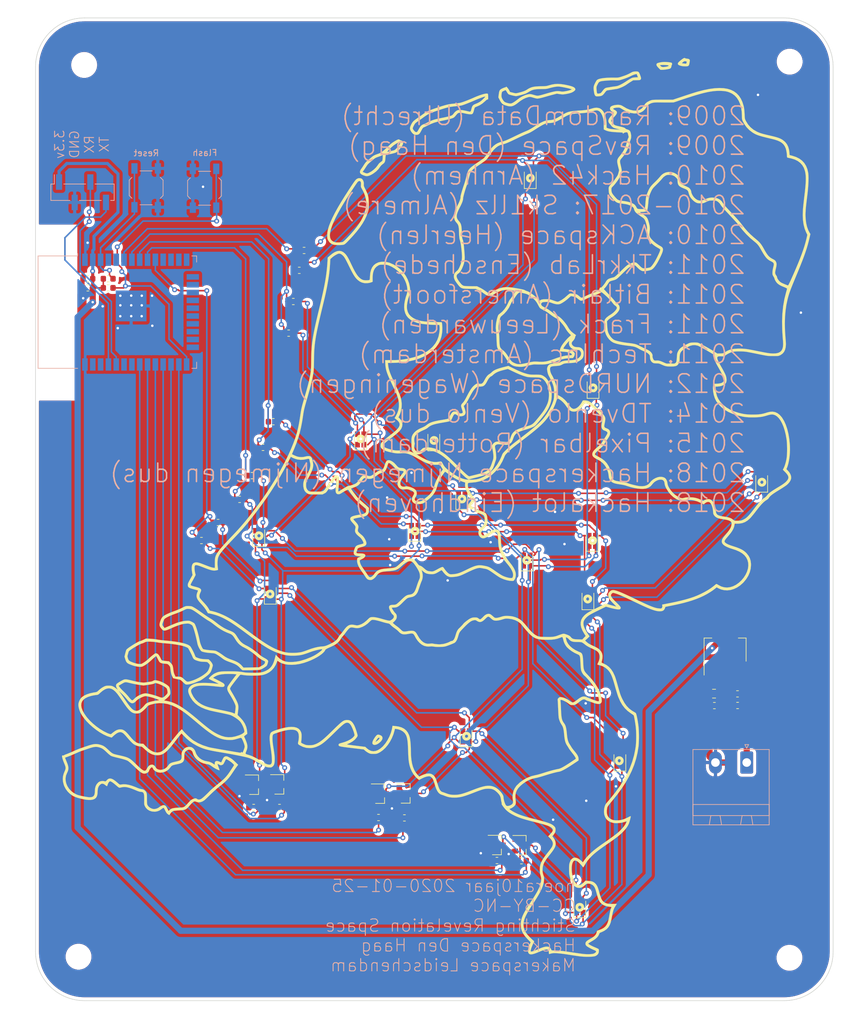
<source format=kicad_pcb>
(kicad_pcb (version 20171130) (host pcbnew "(5.1.5-0-10_14)")
  (layers (0 F.Cu signal) (31 B.Cu signal) (34 B.Paste user) (35 F.Paste user) (36 B.SilkS user) (37 F.SilkS user) (38 B.Mask user) (39 F.Mask user) (44 Edge.Cuts user))
  (net 0 "")
  (net 1 GND)
  (net 2 +5V)
  (net 3 +3V3)
  (net 4 "Net-(J2-Pad4)")
  (net 5 "Net-(J2-Pad3)")
  (net 6 "Net-(Q1-Pad1)")
  (net 7 "Net-(Q2-Pad1)")
  (net 8 "Net-(Q3-Pad1)")
  (net 9 "Net-(Q4-Pad1)")
  (net 10 "Net-(Q5-Pad1)")
  (net 11 "Net-(Q6-Pad1)")
  (net 12 led_r0)
  (net 13 led_r1)
  (net 14 led_r2)
  (net 15 led_r3)
  (net 16 led_r4)
  (net 17 led_c0)
  (net 18 led_c1)
  (net 19 led_c2)
  (net 20 led_c3)
  (net 21 led_c4)
  (net 22 led_c5)
  (net 23 "Net-(R17-Pad2)")
  (net 24 "Net-(R18-Pad2)")
  (net 25 "Net-(U2-Pad37)")
  (net 26 "Net-(U2-Pad32)")
  (net 27 "Net-(U2-Pad22)")
  (net 28 "Net-(U2-Pad21)")
  (net 29 "Net-(U2-Pad20)")
  (net 30 "Net-(U2-Pad19)")
  (net 31 "Net-(U2-Pad18)")
  (net 32 "Net-(U2-Pad17)")
  (net 33 "Net-(U2-Pad15)")
  (net 34 "Net-(U2-Pad13)")
  (net 35 "Net-(U2-Pad12)")
  (net 36 "Net-(U2-Pad11)")
  (net 37 "Net-(U2-Pad5)")
  (net 38 "Net-(U2-Pad4)")
  (net 39 "Net-(D1-Pad3)")
  (net 40 "Net-(D1-Pad1)")
  (net 41 "Net-(D1-Pad4)")
  (net 42 "Net-(D1-Pad2)")
  (net 43 "Net-(D12-Pad3)")
  (net 44 "Net-(D12-Pad4)")
  (net 45 "Net-(D13-Pad3)")
  (net 46 "Net-(D13-Pad4)")
  (net 47 "Net-(D14-Pad3)")
  (net 48 "Net-(D14-Pad4)")
  (net 49 "Net-(D10-Pad3)")
  (net 50 "Net-(D10-Pad4)")
  (net 51 "Net-(D10-Pad1)")
  (net 52 "Net-(D10-Pad2)")
  (net 53 "Net-(D11-Pad1)")
  (net 54 "Net-(D11-Pad2)")
  (net 55 "Net-(D11-Pad3)")
  (net 56 "Net-(D11-Pad4)")
  (net 57 "Net-(D12-Pad1)")
  (net 58 "Net-(D12-Pad2)")
  (net 59 "Net-(U2-Pad36)")
  (net 60 "Net-(U2-Pad33)")
  (net 61 "Net-(U2-Pad16)")
  (net 62 "Net-(U2-Pad24)")
  (net 63 "Net-(U2-Pad23)")
  (net 64 "Net-(U2-Pad14)")
  (module hsnl:hsnl (layer F.Cu) (at 96.9899 108.6358)
    (fp_text reference Ref** hide)
    (fp_text value Val** hide)
    (fp_line (start -56.781238 -79.750522) (end -56.781238 -79.750522) (layer Edge.Cuts) (width 0.1))
    (fp_line (start -56.781238 -79.750522) (end -56.781238 -79.750522) (layer Edge.Cuts) (width 0.1))
    (fp_line (start -57.192539 -79.740184) (end -56.781238 -79.750522) (layer Edge.Cuts) (width 0.1))
    (fp_line (start -57.598304 -79.709498) (end -57.192539 -79.740184) (layer Edge.Cuts) (width 0.1))
    (fp_line (start -57.99804 -79.658959) (end -57.598304 -79.709498) (layer Edge.Cuts) (width 0.1))
    (fp_line (start -58.391253 -79.589059) (end -57.99804 -79.658959) (layer Edge.Cuts) (width 0.1))
    (fp_line (start -58.77745 -79.500292) (end -58.391253 -79.589059) (layer Edge.Cuts) (width 0.1))
    (fp_line (start -59.156138 -79.393152) (end -58.77745 -79.500292) (layer Edge.Cuts) (width 0.1))
    (fp_line (start -59.526823 -79.268132) (end -59.156138 -79.393152) (layer Edge.Cuts) (width 0.1))
    (fp_line (start -59.889013 -79.125727) (end -59.526823 -79.268132) (layer Edge.Cuts) (width 0.1))
    (fp_line (start -60.242215 -78.966429) (end -59.889013 -79.125727) (layer Edge.Cuts) (width 0.1))
    (fp_line (start -60.585934 -78.790732) (end -60.242215 -78.966429) (layer Edge.Cuts) (width 0.1))
    (fp_line (start -60.919678 -78.599129) (end -60.585934 -78.790732) (layer Edge.Cuts) (width 0.1))
    (fp_line (start -61.242953 -78.392115) (end -60.919678 -78.599129) (layer Edge.Cuts) (width 0.1))
    (fp_line (start -61.555267 -78.170183) (end -61.242953 -78.392115) (layer Edge.Cuts) (width 0.1))
    (fp_line (start -61.856126 -77.933826) (end -61.555267 -78.170183) (layer Edge.Cuts) (width 0.1))
    (fp_line (start -62.145036 -77.683539) (end -61.856126 -77.933826) (layer Edge.Cuts) (width 0.1))
    (fp_line (start -62.421506 -77.419813) (end -62.145036 -77.683539) (layer Edge.Cuts) (width 0.1))
    (fp_line (start -62.685041 -77.143144) (end -62.421506 -77.419813) (layer Edge.Cuts) (width 0.1))
    (fp_line (start -62.935148 -76.854025) (end -62.685041 -77.143144) (layer Edge.Cuts) (width 0.1))
    (fp_line (start -63.171334 -76.552948) (end -62.935148 -76.854025) (layer Edge.Cuts) (width 0.1))
    (fp_line (start -63.393106 -76.240409) (end -63.171334 -76.552948) (layer Edge.Cuts) (width 0.1))
    (fp_line (start -63.599971 -75.9169) (end -63.393106 -76.240409) (layer Edge.Cuts) (width 0.1))
    (fp_line (start -63.791435 -75.582915) (end -63.599971 -75.9169) (layer Edge.Cuts) (width 0.1))
    (fp_line (start -63.967005 -75.238948) (end -63.791435 -75.582915) (layer Edge.Cuts) (width 0.1))
    (fp_line (start -64.126188 -74.885491) (end -63.967005 -75.238948) (layer Edge.Cuts) (width 0.1))
    (fp_line (start -64.268491 -74.52304) (end -64.126188 -74.885491) (layer Edge.Cuts) (width 0.1))
    (fp_line (start -64.39342 -74.152086) (end -64.268491 -74.52304) (layer Edge.Cuts) (width 0.1))
    (fp_line (start -64.500482 -73.773125) (end -64.39342 -74.152086) (layer Edge.Cuts) (width 0.1))
    (fp_line (start -64.589185 -73.386649) (end -64.500482 -73.773125) (layer Edge.Cuts) (width 0.1))
    (fp_line (start -64.659035 -72.993152) (end -64.589185 -73.386649) (layer Edge.Cuts) (width 0.1))
    (fp_line (start -64.709538 -72.593127) (end -64.659035 -72.993152) (layer Edge.Cuts) (width 0.1))
    (fp_line (start -64.740201 -72.187069) (end -64.709538 -72.593127) (layer Edge.Cuts) (width 0.1))
    (fp_line (start -64.750532 -71.77547) (end -64.740201 -72.187069) (layer Edge.Cuts) (width 0.1))
    (fp_line (start -64.750532 71.775465) (end -64.750532 -71.77547) (layer Edge.Cuts) (width 0.1))
    (fp_line (start -64.740201 72.187063) (end -64.750532 71.775465) (layer Edge.Cuts) (width 0.1))
    (fp_line (start -64.709538 72.593122) (end -64.740201 72.187063) (layer Edge.Cuts) (width 0.1))
    (fp_line (start -64.659035 72.993146) (end -64.709538 72.593122) (layer Edge.Cuts) (width 0.1))
    (fp_line (start -64.589185 73.386643) (end -64.659035 72.993146) (layer Edge.Cuts) (width 0.1))
    (fp_line (start -64.500482 73.77312) (end -64.589185 73.386643) (layer Edge.Cuts) (width 0.1))
    (fp_line (start -64.39342 74.152081) (end -64.500482 73.77312) (layer Edge.Cuts) (width 0.1))
    (fp_line (start -64.268491 74.523034) (end -64.39342 74.152081) (layer Edge.Cuts) (width 0.1))
    (fp_line (start -64.126188 74.885486) (end -64.268491 74.523034) (layer Edge.Cuts) (width 0.1))
    (fp_line (start -63.967005 75.238942) (end -64.126188 74.885486) (layer Edge.Cuts) (width 0.1))
    (fp_line (start -63.791435 75.582909) (end -63.967005 75.238942) (layer Edge.Cuts) (width 0.1))
    (fp_line (start -63.599971 75.916894) (end -63.791435 75.582909) (layer Edge.Cuts) (width 0.1))
    (fp_line (start -63.393106 76.240403) (end -63.599971 75.916894) (layer Edge.Cuts) (width 0.1))
    (fp_line (start -63.171334 76.552943) (end -63.393106 76.240403) (layer Edge.Cuts) (width 0.1))
    (fp_line (start -62.935148 76.854019) (end -63.171334 76.552943) (layer Edge.Cuts) (width 0.1))
    (fp_line (start -62.685041 77.143138) (end -62.935148 76.854019) (layer Edge.Cuts) (width 0.1))
    (fp_line (start -62.421506 77.419807) (end -62.685041 77.143138) (layer Edge.Cuts) (width 0.1))
    (fp_line (start -62.145036 77.683532) (end -62.421506 77.419807) (layer Edge.Cuts) (width 0.1))
    (fp_line (start -61.856126 77.93382) (end -62.145036 77.683532) (layer Edge.Cuts) (width 0.1))
    (fp_line (start -61.555267 78.170177) (end -61.856126 77.93382) (layer Edge.Cuts) (width 0.1))
    (fp_line (start -61.242953 78.392109) (end -61.555267 78.170177) (layer Edge.Cuts) (width 0.1))
    (fp_line (start -60.919678 78.599123) (end -61.242953 78.392109) (layer Edge.Cuts) (width 0.1))
    (fp_line (start -60.585934 78.790725) (end -60.919678 78.599123) (layer Edge.Cuts) (width 0.1))
    (fp_line (start -60.242215 78.966422) (end -60.585934 78.790725) (layer Edge.Cuts) (width 0.1))
    (fp_line (start -59.889013 79.12572) (end -60.242215 78.966422) (layer Edge.Cuts) (width 0.1))
    (fp_line (start -59.526823 79.268125) (end -59.889013 79.12572) (layer Edge.Cuts) (width 0.1))
    (fp_line (start -59.156138 79.393145) (end -59.526823 79.268125) (layer Edge.Cuts) (width 0.1))
    (fp_line (start -58.77745 79.500284) (end -59.156138 79.393145) (layer Edge.Cuts) (width 0.1))
    (fp_line (start -58.391253 79.589051) (end -58.77745 79.500284) (layer Edge.Cuts) (width 0.1))
    (fp_line (start -57.99804 79.658951) (end -58.391253 79.589051) (layer Edge.Cuts) (width 0.1))
    (fp_line (start -57.598304 79.709491) (end -57.99804 79.658951) (layer Edge.Cuts) (width 0.1))
    (fp_line (start -57.192539 79.740176) (end -57.598304 79.709491) (layer Edge.Cuts) (width 0.1))
    (fp_line (start -56.781238 79.750515) (end -57.192539 79.740176) (layer Edge.Cuts) (width 0.1))
    (fp_line (start 56.781222 79.750515) (end -56.781238 79.750515) (layer Edge.Cuts) (width 0.1))
    (fp_line (start 57.192524 79.740176) (end 56.781222 79.750515) (layer Edge.Cuts) (width 0.1))
    (fp_line (start 57.598289 79.709491) (end 57.192524 79.740176) (layer Edge.Cuts) (width 0.1))
    (fp_line (start 57.998025 79.658951) (end 57.598289 79.709491) (layer Edge.Cuts) (width 0.1))
    (fp_line (start 58.391238 79.589051) (end 57.998025 79.658951) (layer Edge.Cuts) (width 0.1))
    (fp_line (start 58.777435 79.500284) (end 58.391238 79.589051) (layer Edge.Cuts) (width 0.1))
    (fp_line (start 59.156124 79.393145) (end 58.777435 79.500284) (layer Edge.Cuts) (width 0.1))
    (fp_line (start 59.526809 79.268125) (end 59.156124 79.393145) (layer Edge.Cuts) (width 0.1))
    (fp_line (start 59.888999 79.12572) (end 59.526809 79.268125) (layer Edge.Cuts) (width 0.1))
    (fp_line (start 60.242201 78.966422) (end 59.888999 79.12572) (layer Edge.Cuts) (width 0.1))
    (fp_line (start 60.58592 78.790725) (end 60.242201 78.966422) (layer Edge.Cuts) (width 0.1))
    (fp_line (start 60.919664 78.599123) (end 60.58592 78.790725) (layer Edge.Cuts) (width 0.1))
    (fp_line (start 61.24294 78.392109) (end 60.919664 78.599123) (layer Edge.Cuts) (width 0.1))
    (fp_line (start 61.555254 78.170177) (end 61.24294 78.392109) (layer Edge.Cuts) (width 0.1))
    (fp_line (start 61.856113 77.93382) (end 61.555254 78.170177) (layer Edge.Cuts) (width 0.1))
    (fp_line (start 62.145024 77.683532) (end 61.856113 77.93382) (layer Edge.Cuts) (width 0.1))
    (fp_line (start 62.421494 77.419807) (end 62.145024 77.683532) (layer Edge.Cuts) (width 0.1))
    (fp_line (start 62.685029 77.143138) (end 62.421494 77.419807) (layer Edge.Cuts) (width 0.1))
    (fp_line (start 62.935136 76.854019) (end 62.685029 77.143138) (layer Edge.Cuts) (width 0.1))
    (fp_line (start 63.171323 76.552943) (end 62.935136 76.854019) (layer Edge.Cuts) (width 0.1))
    (fp_line (start 63.393095 76.240403) (end 63.171323 76.552943) (layer Edge.Cuts) (width 0.1))
    (fp_line (start 63.59996 75.916894) (end 63.393095 76.240403) (layer Edge.Cuts) (width 0.1))
    (fp_line (start 63.791424 75.582909) (end 63.59996 75.916894) (layer Edge.Cuts) (width 0.1))
    (fp_line (start 63.966994 75.238942) (end 63.791424 75.582909) (layer Edge.Cuts) (width 0.1))
    (fp_line (start 64.126177 74.885486) (end 63.966994 75.238942) (layer Edge.Cuts) (width 0.1))
    (fp_line (start 64.26848 74.523034) (end 64.126177 74.885486) (layer Edge.Cuts) (width 0.1))
    (fp_line (start 64.39341 74.152081) (end 64.26848 74.523034) (layer Edge.Cuts) (width 0.1))
    (fp_line (start 64.500472 73.77312) (end 64.39341 74.152081) (layer Edge.Cuts) (width 0.1))
    (fp_line (start 64.589175 73.386643) (end 64.500472 73.77312) (layer Edge.Cuts) (width 0.1))
    (fp_line (start 64.659025 72.993146) (end 64.589175 73.386643) (layer Edge.Cuts) (width 0.1))
    (fp_line (start 64.709528 72.593122) (end 64.659025 72.993146) (layer Edge.Cuts) (width 0.1))
    (fp_line (start 64.740192 72.187063) (end 64.709528 72.593122) (layer Edge.Cuts) (width 0.1))
    (fp_line (start 64.750522 71.775465) (end 64.740192 72.187063) (layer Edge.Cuts) (width 0.1))
    (fp_line (start 64.750522 -71.77547) (end 64.750522 71.775465) (layer Edge.Cuts) (width 0.1))
    (fp_line (start 64.740192 -72.187069) (end 64.750522 -71.77547) (layer Edge.Cuts) (width 0.1))
    (fp_line (start 64.709528 -72.593127) (end 64.740192 -72.187069) (layer Edge.Cuts) (width 0.1))
    (fp_line (start 64.659025 -72.993152) (end 64.709528 -72.593127) (layer Edge.Cuts) (width 0.1))
    (fp_line (start 64.589175 -73.386649) (end 64.659025 -72.993152) (layer Edge.Cuts) (width 0.1))
    (fp_line (start 64.500472 -73.773125) (end 64.589175 -73.386649) (layer Edge.Cuts) (width 0.1))
    (fp_line (start 64.39341 -74.152086) (end 64.500472 -73.773125) (layer Edge.Cuts) (width 0.1))
    (fp_line (start 64.26848 -74.52304) (end 64.39341 -74.152086) (layer Edge.Cuts) (width 0.1))
    (fp_line (start 64.126177 -74.885491) (end 64.26848 -74.52304) (layer Edge.Cuts) (width 0.1))
    (fp_line (start 63.966994 -75.238948) (end 64.126177 -74.885491) (layer Edge.Cuts) (width 0.1))
    (fp_line (start 63.791424 -75.582915) (end 63.966994 -75.238948) (layer Edge.Cuts) (width 0.1))
    (fp_line (start 63.59996 -75.9169) (end 63.791424 -75.582915) (layer Edge.Cuts) (width 0.1))
    (fp_line (start 63.393095 -76.240409) (end 63.59996 -75.9169) (layer Edge.Cuts) (width 0.1))
    (fp_line (start 63.171323 -76.552948) (end 63.393095 -76.240409) (layer Edge.Cuts) (width 0.1))
    (fp_line (start 62.935136 -76.854025) (end 63.171323 -76.552948) (layer Edge.Cuts) (width 0.1))
    (fp_line (start 62.685029 -77.143144) (end 62.935136 -76.854025) (layer Edge.Cuts) (width 0.1))
    (fp_line (start 62.421494 -77.419813) (end 62.685029 -77.143144) (layer Edge.Cuts) (width 0.1))
    (fp_line (start 62.145024 -77.683539) (end 62.421494 -77.419813) (layer Edge.Cuts) (width 0.1))
    (fp_line (start 61.856113 -77.933826) (end 62.145024 -77.683539) (layer Edge.Cuts) (width 0.1))
    (fp_line (start 61.555254 -78.170183) (end 61.856113 -77.933826) (layer Edge.Cuts) (width 0.1))
    (fp_line (start 61.24294 -78.392115) (end 61.555254 -78.170183) (layer Edge.Cuts) (width 0.1))
    (fp_line (start 60.919664 -78.599129) (end 61.24294 -78.392115) (layer Edge.Cuts) (width 0.1))
    (fp_line (start 60.58592 -78.790732) (end 60.919664 -78.599129) (layer Edge.Cuts) (width 0.1))
    (fp_line (start 60.242201 -78.966429) (end 60.58592 -78.790732) (layer Edge.Cuts) (width 0.1))
    (fp_line (start 59.888999 -79.125727) (end 60.242201 -78.966429) (layer Edge.Cuts) (width 0.1))
    (fp_line (start 59.526809 -79.268132) (end 59.888999 -79.125727) (layer Edge.Cuts) (width 0.1))
    (fp_line (start 59.156124 -79.393152) (end 59.526809 -79.268132) (layer Edge.Cuts) (width 0.1))
    (fp_line (start 58.777435 -79.500292) (end 59.156124 -79.393152) (layer Edge.Cuts) (width 0.1))
    (fp_line (start 58.391238 -79.589059) (end 58.777435 -79.500292) (layer Edge.Cuts) (width 0.1))
    (fp_line (start 57.998025 -79.658959) (end 58.391238 -79.589059) (layer Edge.Cuts) (width 0.1))
    (fp_line (start 57.598289 -79.709498) (end 57.998025 -79.658959) (layer Edge.Cuts) (width 0.1))
    (fp_line (start 57.192524 -79.740184) (end 57.598289 -79.709498) (layer Edge.Cuts) (width 0.1))
    (fp_line (start 56.781222 -79.750522) (end 57.192524 -79.740184) (layer Edge.Cuts) (width 0.1))
    (fp_line (start -56.781238 -79.750522) (end 56.781222 -79.750522) (layer Edge.Cuts) (width 0.1))
  )
  (module hsnl:revspace_logo (layer B.Cu) (at 137.95248 173.65472 180)
    (fp_text reference Ref** hide)
    (fp_text value Val** hide)
  )
  (module MountingHole:MountingHole_3.2mm_M3 (layer F.Cu) (at 39.22268 181.24932)
    (fp_text reference REF** hide)
    (fp_text value MountingHole_3.2mm_M3)
    (pad 1 np_thru_hole circle (at 0 0) (size 3.2 3.2) (drill 3.2) (layers *.Cu *.Mask))
  )
  (module MountingHole:MountingHole_3.2mm_M3 (layer F.Cu) (at 154.65044 181.42712)
    (fp_text reference REF** hide)
    (fp_text value MountingHole_3.2mm_M3)
    (pad 1 np_thru_hole circle (at 0 0) (size 3.2 3.2) (drill 3.2) (layers *.Cu *.Mask))
  )
  (module MountingHole:MountingHole_3.2mm_M3 (layer F.Cu) (at 154.68092 35.9918)
    (fp_text reference REF** hide)
    (fp_text value MountingHole_3.2mm_M3)
    (pad 1 np_thru_hole circle (at 0 0) (size 3.2 3.2) (drill 3.2) (layers *.Cu *.Mask))
  )
  (module MountingHole:MountingHole_3.2mm_M3 (layer F.Cu) (at 40.13708 36.52012)
    (fp_text reference REF** hide)
    (fp_text value MountingHole_3.2mm_M3)
    (pad 1 np_thru_hole circle (at 0 0) (size 3.2 3.2) (drill 3.2) (layers *.Cu *.Mask))
  )
  (module Connector_PinHeader_2.54mm:PinHeader_1x04_P2.54mm_Vertical_SMD_Pin1Left (layer B.Cu) (at 39.86784 57.1794 270)
    (fp_text reference J2 hide)
    (fp_text value Conn_01x04_Male)
    (pad 4 smd rect (at 1.655 -3.81 270) (size 2.51 1) (layers B.Cu B.Paste B.Mask) (net 4 "Net-(J2-Pad4)"))
    (pad 2 smd rect (at 1.655 1.27 270) (size 2.51 1) (layers B.Cu B.Paste B.Mask) (net 1 GND))
    (pad 3 smd rect (at -1.655 -1.27 270) (size 2.51 1) (layers B.Cu B.Paste B.Mask) (net 5 "Net-(J2-Pad3)"))
    (pad 1 smd rect (at -1.655 3.81 270) (size 2.51 1) (layers B.Cu B.Paste B.Mask) (net 3 +3V3))
  )
  (module Resistor_SMD:R_0603_1608Metric (layer F.Cu) (at 44.03334 71.21652)
    (fp_text reference R17 hide)
    (fp_text value 10K)
    (pad 2 smd roundrect (at 0.7875 0) (size 0.875 0.95) (layers F.Cu F.Paste F.Mask) (net 23 "Net-(R17-Pad2)"))
    (pad 1 smd roundrect (at -0.7875 0) (size 0.875 0.95) (layers F.Cu F.Paste F.Mask) (net 3 +3V3))
  )
  (module Resistor_SMD:R_0603_1608Metric (layer F.Cu) (at 44.03334 72.70496)
    (fp_text reference R18 hide)
    (fp_text value 10K)
    (pad 2 smd roundrect (at 0.7875 0) (size 0.875 0.95) (layers F.Cu F.Paste F.Mask) (net 24 "Net-(R18-Pad2)"))
    (pad 1 smd roundrect (at -0.7875 0) (size 0.875 0.95) (layers F.Cu F.Paste F.Mask) (net 3 +3V3))
  )
  (module hsnl:LED_0805_multicolor (layer F.Cu) (at 122.6321 113.7709 90)
    (fp_text reference D8 hide)
    (fp_text value Red-GreenLED)
    (pad 3 smd rect (at 0.85 0.525 90) (size 0.9 0.8) (layers F.Cu F.Paste F.Mask) (net 45 "Net-(D13-Pad3)"))
    (pad 1 smd rect (at -0.85 -0.525 90) (size 0.9 0.8) (layers F.Cu F.Paste F.Mask) (net 51 "Net-(D10-Pad1)"))
    (pad 4 smd rect (at 0.85 -0.525 90) (size 0.9 0.8) (layers F.Cu F.Paste F.Mask) (net 46 "Net-(D13-Pad4)"))
    (pad 2 smd rect (at -0.85 0.525 90) (size 0.9 0.8) (layers F.Cu F.Paste F.Mask) (net 52 "Net-(D10-Pad2)"))
  )
  (module hsnl:LED_0805_multicolor (layer F.Cu) (at 112.0149 116.9586 90)
    (fp_text reference D9 hide)
    (fp_text value Red-GreenLED)
    (pad 3 smd rect (at 0.85 0.525 90) (size 0.9 0.8) (layers F.Cu F.Paste F.Mask) (net 47 "Net-(D14-Pad3)"))
    (pad 1 smd rect (at -0.85 -0.525 90) (size 0.9 0.8) (layers F.Cu F.Paste F.Mask) (net 51 "Net-(D10-Pad1)"))
    (pad 4 smd rect (at 0.85 -0.525 90) (size 0.9 0.8) (layers F.Cu F.Paste F.Mask) (net 48 "Net-(D14-Pad4)"))
    (pad 2 smd rect (at -0.85 0.525 90) (size 0.9 0.8) (layers F.Cu F.Paste F.Mask) (net 52 "Net-(D10-Pad2)"))
  )
  (module hsnl:LED_0805_multicolor (layer F.Cu) (at 150.1394 104.17048 90)
    (fp_text reference D12 hide)
    (fp_text value Red-GreenLED)
    (pad 3 smd rect (at 0.85 0.525 90) (size 0.9 0.8) (layers F.Cu F.Paste F.Mask) (net 43 "Net-(D12-Pad3)"))
    (pad 1 smd rect (at -0.85 -0.525 90) (size 0.9 0.8) (layers F.Cu F.Paste F.Mask) (net 57 "Net-(D12-Pad1)"))
    (pad 4 smd rect (at 0.85 -0.525 90) (size 0.9 0.8) (layers F.Cu F.Paste F.Mask) (net 44 "Net-(D12-Pad4)"))
    (pad 2 smd rect (at -0.85 0.525 90) (size 0.9 0.8) (layers F.Cu F.Paste F.Mask) (net 58 "Net-(D12-Pad2)"))
  )
  (module hsnl:LED_0805_multicolor (layer F.Cu) (at 120.6128 173.2323 90)
    (fp_text reference D15 hide)
    (fp_text value Red-GreenLED)
    (pad 3 smd rect (at 0.85 0.525 90) (size 0.9 0.8) (layers F.Cu F.Paste F.Mask) (net 49 "Net-(D10-Pad3)"))
    (pad 1 smd rect (at -0.85 -0.525 90) (size 0.9 0.8) (layers F.Cu F.Paste F.Mask) (net 57 "Net-(D12-Pad1)"))
    (pad 4 smd rect (at 0.85 -0.525 90) (size 0.9 0.8) (layers F.Cu F.Paste F.Mask) (net 50 "Net-(D10-Pad4)"))
    (pad 2 smd rect (at -0.85 0.525 90) (size 0.9 0.8) (layers F.Cu F.Paste F.Mask) (net 58 "Net-(D12-Pad2)"))
  )
  (module hsnl:LED_0805_multicolor (layer F.Cu) (at 127.1152 149.4579 90)
    (fp_text reference D14 hide)
    (fp_text value Red-GreenLED)
    (pad 3 smd rect (at 0.85 0.525 90) (size 0.9 0.8) (layers F.Cu F.Paste F.Mask) (net 47 "Net-(D14-Pad3)"))
    (pad 1 smd rect (at -0.85 -0.525 90) (size 0.9 0.8) (layers F.Cu F.Paste F.Mask) (net 57 "Net-(D12-Pad1)"))
    (pad 4 smd rect (at 0.85 -0.525 90) (size 0.9 0.8) (layers F.Cu F.Paste F.Mask) (net 48 "Net-(D14-Pad4)"))
    (pad 2 smd rect (at -0.85 0.525 90) (size 0.9 0.8) (layers F.Cu F.Paste F.Mask) (net 58 "Net-(D12-Pad2)"))
  )
  (module hsnl:LED_0805_multicolor (layer F.Cu) (at 121.92508 123.25604 90)
    (fp_text reference D13 hide)
    (fp_text value Red-GreenLED)
    (pad 3 smd rect (at 0.85 0.525 90) (size 0.9 0.8) (layers F.Cu F.Paste F.Mask) (net 45 "Net-(D13-Pad3)"))
    (pad 1 smd rect (at -0.85 -0.525 90) (size 0.9 0.8) (layers F.Cu F.Paste F.Mask) (net 57 "Net-(D12-Pad1)"))
    (pad 4 smd rect (at 0.85 -0.525 90) (size 0.9 0.8) (layers F.Cu F.Paste F.Mask) (net 46 "Net-(D13-Pad4)"))
    (pad 2 smd rect (at -0.85 0.525 90) (size 0.9 0.8) (layers F.Cu F.Paste F.Mask) (net 58 "Net-(D12-Pad2)"))
  )
  (module hsnl:LED_0805_multicolor (layer F.Cu) (at 96.9019 97.4641 90)
    (fp_text reference D11 hide)
    (fp_text value Red-GreenLED)
    (pad 3 smd rect (at 0.85 0.525 90) (size 0.9 0.8) (layers F.Cu F.Paste F.Mask) (net 55 "Net-(D11-Pad3)"))
    (pad 1 smd rect (at -0.85 -0.525 90) (size 0.9 0.8) (layers F.Cu F.Paste F.Mask) (net 53 "Net-(D11-Pad1)"))
    (pad 4 smd rect (at 0.85 -0.525 90) (size 0.9 0.8) (layers F.Cu F.Paste F.Mask) (net 56 "Net-(D11-Pad4)"))
    (pad 2 smd rect (at -0.85 0.525 90) (size 0.9 0.8) (layers F.Cu F.Paste F.Mask) (net 54 "Net-(D11-Pad2)"))
  )
  (module hsnl:LED_0805_multicolor (layer F.Cu) (at 102.147 145.4955 90)
    (fp_text reference D10 hide)
    (fp_text value Red-GreenLED)
    (pad 3 smd rect (at 0.85 0.525 90) (size 0.9 0.8) (layers F.Cu F.Paste F.Mask) (net 49 "Net-(D10-Pad3)"))
    (pad 1 smd rect (at -0.85 -0.525 90) (size 0.9 0.8) (layers F.Cu F.Paste F.Mask) (net 51 "Net-(D10-Pad1)"))
    (pad 4 smd rect (at 0.85 -0.525 90) (size 0.9 0.8) (layers F.Cu F.Paste F.Mask) (net 50 "Net-(D10-Pad4)"))
    (pad 2 smd rect (at -0.85 0.525 90) (size 0.9 0.8) (layers F.Cu F.Paste F.Mask) (net 52 "Net-(D10-Pad2)"))
  )
  (module hsnl:LED_0805_multicolor (layer F.Cu) (at 101.4485 106.9764 90)
    (fp_text reference D7 hide)
    (fp_text value Red-GreenLED)
    (pad 3 smd rect (at 0.85 0.525 90) (size 0.9 0.8) (layers F.Cu F.Paste F.Mask) (net 43 "Net-(D12-Pad3)"))
    (pad 1 smd rect (at -0.85 -0.525 90) (size 0.9 0.8) (layers F.Cu F.Paste F.Mask) (net 51 "Net-(D10-Pad1)"))
    (pad 4 smd rect (at 0.85 -0.525 90) (size 0.9 0.8) (layers F.Cu F.Paste F.Mask) (net 44 "Net-(D12-Pad4)"))
    (pad 2 smd rect (at -0.85 0.525 90) (size 0.9 0.8) (layers F.Cu F.Paste F.Mask) (net 52 "Net-(D10-Pad2)"))
  )
  (module hsnl:LED_0805_multicolor (layer F.Cu) (at 122.7591 88.9424 90)
    (fp_text reference D6 hide)
    (fp_text value Red-GreenLED)
    (pad 3 smd rect (at 0.85 0.525 90) (size 0.9 0.8) (layers F.Cu F.Paste F.Mask) (net 39 "Net-(D1-Pad3)"))
    (pad 1 smd rect (at -0.85 -0.525 90) (size 0.9 0.8) (layers F.Cu F.Paste F.Mask) (net 51 "Net-(D10-Pad1)"))
    (pad 4 smd rect (at 0.85 -0.525 90) (size 0.9 0.8) (layers F.Cu F.Paste F.Mask) (net 41 "Net-(D1-Pad4)"))
    (pad 2 smd rect (at -0.85 0.525 90) (size 0.9 0.8) (layers F.Cu F.Paste F.Mask) (net 52 "Net-(D10-Pad2)"))
  )
  (module hsnl:LED_0805_multicolor (layer F.Cu) (at 70.358 122.3391 90)
    (fp_text reference D5 hide)
    (fp_text value Red-GreenLED)
    (pad 3 smd rect (at 0.85 0.525 90) (size 0.9 0.8) (layers F.Cu F.Paste F.Mask) (net 49 "Net-(D10-Pad3)"))
    (pad 1 smd rect (at -0.85 -0.525 90) (size 0.9 0.8) (layers F.Cu F.Paste F.Mask) (net 40 "Net-(D1-Pad1)"))
    (pad 4 smd rect (at 0.85 -0.525 90) (size 0.9 0.8) (layers F.Cu F.Paste F.Mask) (net 50 "Net-(D10-Pad4)"))
    (pad 2 smd rect (at -0.85 0.525 90) (size 0.9 0.8) (layers F.Cu F.Paste F.Mask) (net 42 "Net-(D1-Pad2)"))
  )
  (module hsnl:LED_0805_multicolor (layer F.Cu) (at 68.4775 112.9708 90)
    (fp_text reference D4 hide)
    (fp_text value Red-GreenLED)
    (pad 3 smd rect (at 0.85 0.525 90) (size 0.9 0.8) (layers F.Cu F.Paste F.Mask) (net 47 "Net-(D14-Pad3)"))
    (pad 1 smd rect (at -0.85 -0.525 90) (size 0.9 0.8) (layers F.Cu F.Paste F.Mask) (net 40 "Net-(D1-Pad1)"))
    (pad 4 smd rect (at 0.85 -0.525 90) (size 0.9 0.8) (layers F.Cu F.Paste F.Mask) (net 48 "Net-(D14-Pad4)"))
    (pad 2 smd rect (at -0.85 0.525 90) (size 0.9 0.8) (layers F.Cu F.Paste F.Mask) (net 42 "Net-(D1-Pad2)"))
  )
  (module hsnl:LED_0805_multicolor (layer F.Cu) (at 93.81744 112.14608 90)
    (fp_text reference D3 hide)
    (fp_text value Red-GreenLED)
    (pad 3 smd rect (at 0.85 0.525 90) (size 0.9 0.8) (layers F.Cu F.Paste F.Mask) (net 45 "Net-(D13-Pad3)"))
    (pad 1 smd rect (at -0.85 -0.525 90) (size 0.9 0.8) (layers F.Cu F.Paste F.Mask) (net 40 "Net-(D1-Pad1)"))
    (pad 4 smd rect (at 0.85 -0.525 90) (size 0.9 0.8) (layers F.Cu F.Paste F.Mask) (net 46 "Net-(D13-Pad4)"))
    (pad 2 smd rect (at -0.85 0.525 90) (size 0.9 0.8) (layers F.Cu F.Paste F.Mask) (net 42 "Net-(D1-Pad2)"))
  )
  (module hsnl:LED_0805_multicolor (layer F.Cu) (at 85.0274 97.299 90)
    (fp_text reference D2 hide)
    (fp_text value Red-GreenLED)
    (pad 3 smd rect (at 0.85 0.525 90) (size 0.9 0.8) (layers F.Cu F.Paste F.Mask) (net 43 "Net-(D12-Pad3)"))
    (pad 1 smd rect (at -0.85 -0.525 90) (size 0.9 0.8) (layers F.Cu F.Paste F.Mask) (net 40 "Net-(D1-Pad1)"))
    (pad 4 smd rect (at 0.85 -0.525 90) (size 0.9 0.8) (layers F.Cu F.Paste F.Mask) (net 44 "Net-(D12-Pad4)"))
    (pad 2 smd rect (at -0.85 0.525 90) (size 0.9 0.8) (layers F.Cu F.Paste F.Mask) (net 42 "Net-(D1-Pad2)"))
  )
  (module hsnl:LED_0805_multicolor (layer F.Cu) (at 112.5592 54.8937 90)
    (fp_text reference D1 hide)
    (fp_text value Red-GreenLED)
    (pad 3 smd rect (at 0.85 0.525 90) (size 0.9 0.8) (layers F.Cu F.Paste F.Mask) (net 39 "Net-(D1-Pad3)"))
    (pad 1 smd rect (at -0.85 -0.525 90) (size 0.9 0.8) (layers F.Cu F.Paste F.Mask) (net 40 "Net-(D1-Pad1)"))
    (pad 4 smd rect (at 0.85 -0.525 90) (size 0.9 0.8) (layers F.Cu F.Paste F.Mask) (net 41 "Net-(D1-Pad4)"))
    (pad 2 smd rect (at -0.85 0.525 90) (size 0.9 0.8) (layers F.Cu F.Paste F.Mask) (net 42 "Net-(D1-Pad2)"))
  )
  (module RF_Module:ESP32-WROOM-32 (layer B.Cu) (at 48.5197 76.6351 270)
    (fp_text reference U2 hide)
    (fp_text value ESP32-wroom-32)
    (pad 38 smd rect (at 8.5 8.255 270) (size 2 0.9) (layers B.Cu B.Paste B.Mask) (net 1 GND))
    (pad 37 smd rect (at 8.5 6.985 270) (size 2 0.9) (layers B.Cu B.Paste B.Mask) (net 25 "Net-(U2-Pad37)"))
    (pad 36 smd rect (at 8.5 5.715 270) (size 2 0.9) (layers B.Cu B.Paste B.Mask) (net 59 "Net-(U2-Pad36)"))
    (pad 35 smd rect (at 8.5 4.445 270) (size 2 0.9) (layers B.Cu B.Paste B.Mask) (net 4 "Net-(J2-Pad4)"))
    (pad 34 smd rect (at 8.5 3.175 270) (size 2 0.9) (layers B.Cu B.Paste B.Mask) (net 5 "Net-(J2-Pad3)"))
    (pad 33 smd rect (at 8.5 1.905 270) (size 2 0.9) (layers B.Cu B.Paste B.Mask) (net 60 "Net-(U2-Pad33)"))
    (pad 32 smd rect (at 8.5 0.635 270) (size 2 0.9) (layers B.Cu B.Paste B.Mask) (net 26 "Net-(U2-Pad32)"))
    (pad 31 smd rect (at 8.5 -0.635 270) (size 2 0.9) (layers B.Cu B.Paste B.Mask) (net 22 led_c5))
    (pad 30 smd rect (at 8.5 -1.905 270) (size 2 0.9) (layers B.Cu B.Paste B.Mask) (net 21 led_c4))
    (pad 29 smd rect (at 8.5 -3.175 270) (size 2 0.9) (layers B.Cu B.Paste B.Mask) (net 20 led_c3))
    (pad 28 smd rect (at 8.5 -4.445 270) (size 2 0.9) (layers B.Cu B.Paste B.Mask) (net 19 led_c2))
    (pad 27 smd rect (at 8.5 -5.715 270) (size 2 0.9) (layers B.Cu B.Paste B.Mask) (net 18 led_c1))
    (pad 26 smd rect (at 8.5 -6.985 270) (size 2 0.9) (layers B.Cu B.Paste B.Mask) (net 17 led_c0))
    (pad 25 smd rect (at 8.5 -8.255 270) (size 2 0.9) (layers B.Cu B.Paste B.Mask) (net 24 "Net-(R18-Pad2)"))
    (pad 24 smd rect (at 5.715 -9.255 180) (size 2 0.9) (layers B.Cu B.Paste B.Mask) (net 62 "Net-(U2-Pad24)"))
    (pad 23 smd rect (at 4.445 -9.255 180) (size 2 0.9) (layers B.Cu B.Paste B.Mask) (net 63 "Net-(U2-Pad23)"))
    (pad 22 smd rect (at 3.175 -9.255 180) (size 2 0.9) (layers B.Cu B.Paste B.Mask) (net 27 "Net-(U2-Pad22)"))
    (pad 21 smd rect (at 1.905 -9.255 180) (size 2 0.9) (layers B.Cu B.Paste B.Mask) (net 28 "Net-(U2-Pad21)"))
    (pad 20 smd rect (at 0.635 -9.255 180) (size 2 0.9) (layers B.Cu B.Paste B.Mask) (net 29 "Net-(U2-Pad20)"))
    (pad 19 smd rect (at -0.635 -9.255 180) (size 2 0.9) (layers B.Cu B.Paste B.Mask) (net 30 "Net-(U2-Pad19)"))
    (pad 18 smd rect (at -1.905 -9.255 180) (size 2 0.9) (layers B.Cu B.Paste B.Mask) (net 31 "Net-(U2-Pad18)"))
    (pad 17 smd rect (at -3.175 -9.255 180) (size 2 0.9) (layers B.Cu B.Paste B.Mask) (net 32 "Net-(U2-Pad17)"))
    (pad 16 smd rect (at -4.445 -9.255 180) (size 2 0.9) (layers B.Cu B.Paste B.Mask) (net 61 "Net-(U2-Pad16)"))
    (pad 15 smd rect (at -5.715 -9.255 180) (size 2 0.9) (layers B.Cu B.Paste B.Mask) (net 33 "Net-(U2-Pad15)"))
    (pad 14 smd rect (at -8.5 -8.255 270) (size 2 0.9) (layers B.Cu B.Paste B.Mask) (net 64 "Net-(U2-Pad14)"))
    (pad 13 smd rect (at -8.5 -6.985 270) (size 2 0.9) (layers B.Cu B.Paste B.Mask) (net 34 "Net-(U2-Pad13)"))
    (pad 12 smd rect (at -8.5 -5.715 270) (size 2 0.9) (layers B.Cu B.Paste B.Mask) (net 35 "Net-(U2-Pad12)"))
    (pad 11 smd rect (at -8.5 -4.445 270) (size 2 0.9) (layers B.Cu B.Paste B.Mask) (net 36 "Net-(U2-Pad11)"))
    (pad 10 smd rect (at -8.5 -3.175 270) (size 2 0.9) (layers B.Cu B.Paste B.Mask) (net 16 led_r4))
    (pad 9 smd rect (at -8.5 -1.905 270) (size 2 0.9) (layers B.Cu B.Paste B.Mask) (net 15 led_r3))
    (pad 8 smd rect (at -8.5 -0.635 270) (size 2 0.9) (layers B.Cu B.Paste B.Mask) (net 14 led_r2))
    (pad 7 smd rect (at -8.5 0.635 270) (size 2 0.9) (layers B.Cu B.Paste B.Mask) (net 13 led_r1))
    (pad 6 smd rect (at -8.5 1.905 270) (size 2 0.9) (layers B.Cu B.Paste B.Mask) (net 12 led_r0))
    (pad 5 smd rect (at -8.5 3.175 270) (size 2 0.9) (layers B.Cu B.Paste B.Mask) (net 37 "Net-(U2-Pad5)"))
    (pad 4 smd rect (at -8.5 4.445 270) (size 2 0.9) (layers B.Cu B.Paste B.Mask) (net 38 "Net-(U2-Pad4)"))
    (pad 3 smd rect (at -8.5 5.715 270) (size 2 0.9) (layers B.Cu B.Paste B.Mask) (net 23 "Net-(R17-Pad2)"))
    (pad 2 smd rect (at -8.5 6.985 270) (size 2 0.9) (layers B.Cu B.Paste B.Mask) (net 3 +3V3))
    (pad 1 smd rect (at -8.5 8.255 270) (size 2 0.9) (layers B.Cu B.Paste B.Mask) (net 1 GND))
    (pad 39 smd rect (at -1 0.755 270) (size 5 5) (layers B.Cu B.Paste B.Mask) (net 1 GND))
  )
  (module Package_TO_SOT_SMD:SOT-223-3_TabPin2 (layer F.Cu) (at 144.1958 131.445 90)
    (fp_text reference U1 hide)
    (fp_text value AMS1117-3.3)
    (pad 1 smd rect (at -3.15 -2.3 90) (size 2 1.5) (layers F.Cu F.Paste F.Mask) (net 1 GND))
    (pad 3 smd rect (at -3.15 2.3 90) (size 2 1.5) (layers F.Cu F.Paste F.Mask) (net 2 +5V))
    (pad 2 smd rect (at -3.15 0 90) (size 2 1.5) (layers F.Cu F.Paste F.Mask) (net 3 +3V3))
    (pad 2 smd rect (at 3.15 0 90) (size 2 3.8) (layers F.Cu F.Paste F.Mask) (net 3 +3V3))
  )
  (module Button_Switch_SMD:SW_SPST_TL3342 (layer B.Cu) (at 59.67992 56.53064 90)
    (fp_text reference SW2 hide)
    (fp_text value SW_Push)
    (pad 2 smd rect (at 3.15 -1.9 90) (size 1.7 1) (layers B.Cu B.Paste B.Mask) (net 1 GND))
    (pad 2 smd rect (at -3.15 -1.9 90) (size 1.7 1) (layers B.Cu B.Paste B.Mask) (net 1 GND))
    (pad 1 smd rect (at 3.15 1.9 90) (size 1.7 1) (layers B.Cu B.Paste B.Mask) (net 24 "Net-(R18-Pad2)"))
    (pad 1 smd rect (at -3.15 1.9 90) (size 1.7 1) (layers B.Cu B.Paste B.Mask) (net 24 "Net-(R18-Pad2)"))
  )
  (module Button_Switch_SMD:SW_SPST_TL3342 (layer B.Cu) (at 50.20064 56.4646 90)
    (fp_text reference SW1 hide)
    (fp_text value SW_Push)
    (pad 2 smd rect (at 3.15 -1.9 90) (size 1.7 1) (layers B.Cu B.Paste B.Mask) (net 23 "Net-(R17-Pad2)"))
    (pad 2 smd rect (at -3.15 -1.9 90) (size 1.7 1) (layers B.Cu B.Paste B.Mask) (net 23 "Net-(R17-Pad2)"))
    (pad 1 smd rect (at 3.15 1.9 90) (size 1.7 1) (layers B.Cu B.Paste B.Mask) (net 1 GND))
    (pad 1 smd rect (at -3.15 1.9 90) (size 1.7 1) (layers B.Cu B.Paste B.Mask) (net 1 GND))
  )
  (module Resistor_SMD:R_0603_1608Metric (layer F.Cu) (at 111.13526 165.67404)
    (fp_text reference R16 hide)
    (fp_text value 91)
    (pad 2 smd roundrect (at 0.7875 0) (size 0.875 0.95) (layers F.Cu F.Paste F.Mask) (net 22 led_c5))
    (pad 1 smd roundrect (at -0.7875 0) (size 0.875 0.95) (layers F.Cu F.Paste F.Mask) (net 11 "Net-(Q6-Pad1)"))
  )
  (module Resistor_SMD:R_0603_1608Metric (layer F.Cu) (at 107.15752 165.63848)
    (fp_text reference R15 hide)
    (fp_text value 91)
    (pad 2 smd roundrect (at 0.7875 0) (size 0.875 0.95) (layers F.Cu F.Paste F.Mask) (net 21 led_c4))
    (pad 1 smd roundrect (at -0.7875 0) (size 0.875 0.95) (layers F.Cu F.Paste F.Mask) (net 10 "Net-(Q5-Pad1)"))
  )
  (module Resistor_SMD:R_0603_1608Metric (layer F.Cu) (at 92.13352 158.72714)
    (fp_text reference R14 hide)
    (fp_text value 91)
    (pad 2 smd roundrect (at 0.7875 0) (size 0.875 0.95) (layers F.Cu F.Paste F.Mask) (net 20 led_c3))
    (pad 1 smd roundrect (at -0.7875 0) (size 0.875 0.95) (layers F.Cu F.Paste F.Mask) (net 9 "Net-(Q4-Pad1)"))
  )
  (module Resistor_SMD:R_0603_1608Metric (layer F.Cu) (at 87.92982 158.66364)
    (fp_text reference R13 hide)
    (fp_text value 91)
    (pad 2 smd roundrect (at 0.7875 0) (size 0.875 0.95) (layers F.Cu F.Paste F.Mask) (net 19 led_c2))
    (pad 1 smd roundrect (at -0.7875 0) (size 0.875 0.95) (layers F.Cu F.Paste F.Mask) (net 8 "Net-(Q3-Pad1)"))
  )
  (module Resistor_SMD:R_0603_1608Metric (layer F.Cu) (at 71.85162 157.03296)
    (fp_text reference R12 hide)
    (fp_text value 91)
    (pad 2 smd roundrect (at 0.7875 0) (size 0.875 0.95) (layers F.Cu F.Paste F.Mask) (net 18 led_c1))
    (pad 1 smd roundrect (at -0.7875 0) (size 0.875 0.95) (layers F.Cu F.Paste F.Mask) (net 7 "Net-(Q2-Pad1)"))
  )
  (module Resistor_SMD:R_0603_1608Metric (layer F.Cu) (at 67.66042 157.03296)
    (fp_text reference R11 hide)
    (fp_text value 91)
    (pad 2 smd roundrect (at 0.7875 0) (size 0.875 0.95) (layers F.Cu F.Paste F.Mask) (net 17 led_c0))
    (pad 1 smd roundrect (at -0.7875 0) (size 0.875 0.95) (layers F.Cu F.Paste F.Mask) (net 6 "Net-(Q1-Pad1)"))
  )
  (module Resistor_SMD:R_0603_1608Metric (layer F.Cu) (at 59.17682 113.71072 180)
    (fp_text reference R10 hide)
    (fp_text value 91)
    (pad 2 smd roundrect (at 0.7875 0 180) (size 0.875 0.95) (layers F.Cu F.Paste F.Mask) (net 16 led_r4))
    (pad 1 smd roundrect (at -0.7875 0 180) (size 0.875 0.95) (layers F.Cu F.Paste F.Mask) (net 50 "Net-(D10-Pad4)"))
  )
  (module Resistor_SMD:R_0603_1608Metric (layer F.Cu) (at 61.87938 110.77956 180)
    (fp_text reference R9 hide)
    (fp_text value 180)
    (pad 2 smd roundrect (at 0.7875 0 180) (size 0.875 0.95) (layers F.Cu F.Paste F.Mask) (net 16 led_r4))
    (pad 1 smd roundrect (at -0.7875 0 180) (size 0.875 0.95) (layers F.Cu F.Paste F.Mask) (net 49 "Net-(D10-Pad3)"))
  )
  (module Resistor_SMD:R_0603_1608Metric (layer F.Cu) (at 65.37452 107.03052 180)
    (fp_text reference R8 hide)
    (fp_text value 91)
    (pad 2 smd roundrect (at 0.7875 0 180) (size 0.875 0.95) (layers F.Cu F.Paste F.Mask) (net 15 led_r3))
    (pad 1 smd roundrect (at -0.7875 0 180) (size 0.875 0.95) (layers F.Cu F.Paste F.Mask) (net 48 "Net-(D14-Pad4)"))
  )
  (module Resistor_SMD:R_0603_1608Metric (layer F.Cu) (at 67.40134 103.1748 180)
    (fp_text reference R7 hide)
    (fp_text value 180)
    (pad 2 smd roundrect (at 0.7875 0 180) (size 0.875 0.95) (layers F.Cu F.Paste F.Mask) (net 15 led_r3))
    (pad 1 smd roundrect (at -0.7875 0 180) (size 0.875 0.95) (layers F.Cu F.Paste F.Mask) (net 47 "Net-(D14-Pad3)"))
  )
  (module Resistor_SMD:R_0603_1608Metric (layer F.Cu) (at 69.17426 98.58756 180)
    (fp_text reference R6 hide)
    (fp_text value 91)
    (pad 2 smd roundrect (at 0.7875 0 180) (size 0.875 0.95) (layers F.Cu F.Paste F.Mask) (net 14 led_r2))
    (pad 1 smd roundrect (at -0.7875 0 180) (size 0.875 0.95) (layers F.Cu F.Paste F.Mask) (net 46 "Net-(D13-Pad4)"))
  )
  (module Resistor_SMD:R_0603_1608Metric (layer F.Cu) (at 70.8405 94.42196 180)
    (fp_text reference R5 hide)
    (fp_text value 180)
    (pad 2 smd roundrect (at 0.7875 0 180) (size 0.875 0.95) (layers F.Cu F.Paste F.Mask) (net 14 led_r2))
    (pad 1 smd roundrect (at -0.7875 0 180) (size 0.875 0.95) (layers F.Cu F.Paste F.Mask) (net 45 "Net-(D13-Pad3)"))
  )
  (module Resistor_SMD:R_0603_1608Metric (layer F.Cu) (at 73.33986 80.04556 180)
    (fp_text reference R4 hide)
    (fp_text value 91)
    (pad 2 smd roundrect (at 0.7875 0 180) (size 0.875 0.95) (layers F.Cu F.Paste F.Mask) (net 13 led_r1))
    (pad 1 smd roundrect (at -0.7875 0 180) (size 0.875 0.95) (layers F.Cu F.Paste F.Mask) (net 44 "Net-(D12-Pad4)"))
  )
  (module Resistor_SMD:R_0603_1608Metric (layer F.Cu) (at 74.0919 74.91476 180)
    (fp_text reference R3 hide)
    (fp_text value 180)
    (pad 2 smd roundrect (at 0.7875 0 180) (size 0.875 0.95) (layers F.Cu F.Paste F.Mask) (net 13 led_r1))
    (pad 1 smd roundrect (at -0.7875 0 180) (size 0.875 0.95) (layers F.Cu F.Paste F.Mask) (net 43 "Net-(D12-Pad3)"))
  )
  (module Resistor_SMD:R_0603_1608Metric (layer F.Cu) (at 75.06198 69.85508 180)
    (fp_text reference R2 hide)
    (fp_text value 91)
    (pad 2 smd roundrect (at 0.7875 0 180) (size 0.875 0.95) (layers F.Cu F.Paste F.Mask) (net 12 led_r0))
    (pad 1 smd roundrect (at -0.7875 0 180) (size 0.875 0.95) (layers F.Cu F.Paste F.Mask) (net 41 "Net-(D1-Pad4)"))
  )
  (module Resistor_SMD:R_0603_1608Metric (layer F.Cu) (at 75.8443 66.62928 180)
    (fp_text reference R1 hide)
    (fp_text value 180)
    (pad 2 smd roundrect (at 0.7875 0 180) (size 0.875 0.95) (layers F.Cu F.Paste F.Mask) (net 12 led_r0))
    (pad 1 smd roundrect (at -0.7875 0 180) (size 0.875 0.95) (layers F.Cu F.Paste F.Mask) (net 39 "Net-(D1-Pad3)"))
  )
  (module Package_TO_SOT_SMD:SOT-23 (layer F.Cu) (at 111.13084 163.15944)
    (fp_text reference Q6 hide)
    (fp_text value Q_NMOS_GSD)
    (pad 3 smd rect (at 1 0) (size 0.9 0.8) (layers F.Cu F.Paste F.Mask) (net 58 "Net-(D12-Pad2)"))
    (pad 2 smd rect (at -1 0.95) (size 0.9 0.8) (layers F.Cu F.Paste F.Mask) (net 1 GND))
    (pad 1 smd rect (at -1 -0.95) (size 0.9 0.8) (layers F.Cu F.Paste F.Mask) (net 11 "Net-(Q6-Pad1)"))
  )
  (module Package_TO_SOT_SMD:SOT-23 (layer F.Cu) (at 107.11688 163.12896)
    (fp_text reference Q5 hide)
    (fp_text value Q_NMOS_GSD)
    (pad 3 smd rect (at 1 0) (size 0.9 0.8) (layers F.Cu F.Paste F.Mask) (net 57 "Net-(D12-Pad1)"))
    (pad 2 smd rect (at -1 0.95) (size 0.9 0.8) (layers F.Cu F.Paste F.Mask) (net 1 GND))
    (pad 1 smd rect (at -1 -0.95) (size 0.9 0.8) (layers F.Cu F.Paste F.Mask) (net 10 "Net-(Q5-Pad1)"))
  )
  (module Package_TO_SOT_SMD:SOT-23 (layer F.Cu) (at 92.30182 154.75204)
    (fp_text reference Q4 hide)
    (fp_text value Q_NMOS_GSD)
    (pad 3 smd rect (at 1 0) (size 0.9 0.8) (layers F.Cu F.Paste F.Mask) (net 52 "Net-(D10-Pad2)"))
    (pad 2 smd rect (at -1 0.95) (size 0.9 0.8) (layers F.Cu F.Paste F.Mask) (net 1 GND))
    (pad 1 smd rect (at -1 -0.95) (size 0.9 0.8) (layers F.Cu F.Paste F.Mask) (net 9 "Net-(Q4-Pad1)"))
  )
  (module Package_TO_SOT_SMD:SOT-23 (layer F.Cu) (at 88.14892 154.79014)
    (fp_text reference Q3 hide)
    (fp_text value Q_NMOS_GSD)
    (pad 3 smd rect (at 1 0) (size 0.9 0.8) (layers F.Cu F.Paste F.Mask) (net 51 "Net-(D10-Pad1)"))
    (pad 2 smd rect (at -1 0.95) (size 0.9 0.8) (layers F.Cu F.Paste F.Mask) (net 1 GND))
    (pad 1 smd rect (at -1 -0.95) (size 0.9 0.8) (layers F.Cu F.Paste F.Mask) (net 8 "Net-(Q3-Pad1)"))
  )
  (module Package_TO_SOT_SMD:SOT-23 (layer F.Cu) (at 71.79132 153.28646)
    (fp_text reference Q2 hide)
    (fp_text value Q_NMOS_GSD)
    (pad 3 smd rect (at 1 0) (size 0.9 0.8) (layers F.Cu F.Paste F.Mask) (net 42 "Net-(D1-Pad2)"))
    (pad 2 smd rect (at -1 0.95) (size 0.9 0.8) (layers F.Cu F.Paste F.Mask) (net 1 GND))
    (pad 1 smd rect (at -1 -0.95) (size 0.9 0.8) (layers F.Cu F.Paste F.Mask) (net 7 "Net-(Q2-Pad1)"))
  )
  (module Package_TO_SOT_SMD:SOT-23 (layer F.Cu) (at 67.68922 153.33726)
    (fp_text reference Q1 hide)
    (fp_text value Q_NMOS_GSD)
    (pad 3 smd rect (at 1 0) (size 0.9 0.8) (layers F.Cu F.Paste F.Mask) (net 40 "Net-(D1-Pad1)"))
    (pad 2 smd rect (at -1 0.95) (size 0.9 0.8) (layers F.Cu F.Paste F.Mask) (net 1 GND))
    (pad 1 smd rect (at -1 -0.95) (size 0.9 0.8) (layers F.Cu F.Paste F.Mask) (net 6 "Net-(Q1-Pad1)"))
  )
  (module Capacitor_SMD:C_0805_2012Metric (layer F.Cu) (at 142.4051 138.557 180)
    (fp_text reference C6 hide)
    (fp_text value 47uF)
    (pad 2 smd roundrect (at 0.9375 0 180) (size 0.975 1.4) (layers F.Cu F.Paste F.Mask) (net 1 GND))
    (pad 1 smd roundrect (at -0.9375 0 180) (size 0.975 1.4) (layers F.Cu F.Paste F.Mask) (net 3 +3V3))
  )
  (module Capacitor_SMD:C_0603_1608Metric (layer F.Cu) (at 40.73642 72.70496 180)
    (fp_text reference C5 hide)
    (fp_text value 100nF)
    (pad 2 smd roundrect (at 0.7875 0 180) (size 0.875 0.95) (layers F.Cu F.Paste F.Mask) (net 1 GND))
    (pad 1 smd roundrect (at -0.7875 0 180) (size 0.875 0.95) (layers F.Cu F.Paste F.Mask) (net 3 +3V3))
  )
  (module Capacitor_SMD:C_0603_1608Metric (layer F.Cu) (at 142.45834 140.49756 180)
    (fp_text reference C4 hide)
    (fp_text value 100nF)
    (pad 2 smd roundrect (at 0.7875 0 180) (size 0.875 0.95) (layers F.Cu F.Paste F.Mask) (net 1 GND))
    (pad 1 smd roundrect (at -0.7875 0 180) (size 0.875 0.95) (layers F.Cu F.Paste F.Mask) (net 3 +3V3))
  )
  (module Capacitor_SMD:C_0603_1608Metric (layer F.Cu) (at 40.73642 71.21652 180)
    (fp_text reference C3 hide)
    (fp_text value 100nF)
    (pad 2 smd roundrect (at 0.7875 0 180) (size 0.875 0.95) (layers F.Cu F.Paste F.Mask) (net 1 GND))
    (pad 1 smd roundrect (at -0.7875 0 180) (size 0.875 0.95) (layers F.Cu F.Paste F.Mask) (net 3 +3V3))
  )
  (module Capacitor_SMD:C_0603_1608Metric (layer F.Cu) (at 146.2279 140.48232 180)
    (fp_text reference C2 hide)
    (fp_text value 100nF)
    (pad 2 smd roundrect (at 0.7875 0 180) (size 0.875 0.95) (layers F.Cu F.Paste F.Mask) (net 1 GND))
    (pad 1 smd roundrect (at -0.7875 0 180) (size 0.875 0.95) (layers F.Cu F.Paste F.Mask) (net 2 +5V))
  )
  (module Capacitor_SMD:C_0603_1608Metric (layer F.Cu) (at 146.21266 138.59256 180)
    (fp_text reference C1 hide)
    (fp_text value 10uF)
    (pad 2 smd roundrect (at 0.7875 0 180) (size 0.875 0.95) (layers F.Cu F.Paste F.Mask) (net 1 GND))
    (pad 1 smd roundrect (at -0.7875 0 180) (size 0.875 0.95) (layers F.Cu F.Paste F.Mask) (net 2 +5V))
  )
  (module Connector_Phoenix_MSTB:PhoenixContact_MSTBA_2,5_2-G-5,08_1x02_P5.08mm_Horizontal (layer B.Cu) (at 147.70862 149.73808 180)
    (fp_text reference J1 hide)
    (fp_text value Screw_Terminal_01x02)
    (pad 1 thru_hole roundrect (at 0 0 180) (size 2.08 3.6) (drill 1.4) (layers *.Cu *.Mask) (roundrect_rratio 0.120192) (net 2 +5V))
    (pad 2 thru_hole oval (at 5.08 0 180) (size 2.08 3.6) (drill 1.4) (layers *.Cu *.Mask) (net 1 GND))
  )
  (gr_text "hoera10jaar 2020-01-25\nCC-BY-NC\nStichting Revelation Space\nHackerspace Den Haag\nMakerspace Leidschendam" (at 120.08104 176.19472) (layer B.SilkS) (effects (font (size 2 2)) (justify left mirror)))
  (gr_text "2009: RandomData (Utrecht)\n2009: RevSpace (Den Haag)\n2010: Hack42 (Arnhem)\n2010-2017: Sk1llz (Almere)\n2010: ACKspace (Heerlen)\n2011: TkkrLab (Enschede)\n2011: Bitlair (Amersfoort)\n2011: Frack (Leeuwarden)\n2011: TechInc (Amsterdam)\n2012: NURDspace (Wageningen)\n2014: TDvenlo (Venlo dus)\n2015: Pixelbar (Rotterdam)\n2018: Hackerspace Nijmegen (Nijmegen dus)\n2018: Hackalot (Eindhoven)" (at 147.6756 76.19492) (layer B.SilkS) (effects (font (size 3 3) (thickness 0.25)) (justify left mirror)))
  (gr_text "3.3v\nGND\nRX\nTX" (at 39.77132 49.40808 90) (layer B.SilkS) (effects (font (size 1.5 1.5)) (justify mirror)))
  (gr_text Flash (at 59.73064 50.7746) (layer B.SilkS) (effects (font (size 1 1)) (justify mirror)))
  (gr_text Reset (at 50.23612 50.82032) (layer B.SilkS) (effects (font (size 1 1)) (justify mirror)))
  (segment (start 141.4676 135.0232) (end 141.8958 134.595) (width 1) (layer F.Cu) (net 1))
  (segment (start 141.4676 138.557) (end 141.4676 135.0232) (width 1) (layer F.Cu) (net 1))
  (segment (start 145.42516 140.46708) (end 145.4404 140.48232) (width 1) (layer F.Cu) (net 1))
  (segment (start 145.42516 138.59256) (end 145.42516 140.46708) (width 1) (layer F.Cu) (net 1))
  (segment (start 141.4676 140.29432) (end 141.67084 140.49756) (width 1) (layer F.Cu) (net 1))
  (segment (start 141.4676 138.557) (end 141.4676 140.29432) (width 1) (layer F.Cu) (net 1))
  (segment (start 141.67084 148.7803) (end 142.62862 149.73808) (width 1) (layer F.Cu) (net 1))
  (segment (start 141.67084 140.49756) (end 141.67084 148.7803) (width 1) (layer F.Cu) (net 1))
  (segment (start 144.66862 149.73808) (end 142.62862 149.73808) (width 1) (layer F.Cu) (net 1))
  (segment (start 145.4404 148.9663) (end 144.66862 149.73808) (width 1) (layer F.Cu) (net 1))
  (segment (start 145.4404 140.48232) (end 145.4404 148.9663) (width 1) (layer F.Cu) (net 1))
  (via (at 40.69588 65.3796) (size 0.8) (drill 0.4) (layers F.Cu B.Cu) (net 1))
  (via (at 39.9796 74.38136) (size 0.8) (drill 0.4) (layers F.Cu B.Cu) (net 1))
  (via (at 51.1556 73.96988) (size 0.8) (drill 0.4) (layers F.Cu B.Cu) (net 1))
  (via (at 51.20132 78.85176) (size 0.8) (drill 0.4) (layers F.Cu B.Cu) (net 1))
  (via (at 45.593 79.23784) (size 0.8) (drill 0.4) (layers F.Cu B.Cu) (net 1))
  (via (at 149.53996 41.3766) (size 0.8) (drill 0.4) (layers F.Cu B.Cu) (net 1))
  (via (at 156.50464 76.72324) (size 0.8) (drill 0.4) (layers F.Cu B.Cu) (net 1))
  (via (at 59.436 56.29148) (size 0.8) (drill 0.4) (layers F.Cu B.Cu) (net 1))
  (via (at 90.10904 157.19044) (size 0.8) (drill 0.4) (layers F.Cu B.Cu) (net 1))
  (via (at 69.82968 155.829) (size 0.8) (drill 0.4) (layers F.Cu B.Cu) (net 1))
  (via (at 65.3542 155.18384) (size 0.8) (drill 0.4) (layers F.Cu B.Cu) (net 1))
  (via (at 109.06252 164.592) (size 0.8) (drill 0.4) (layers F.Cu B.Cu) (net 1))
  (via (at 104.53624 164.45484) (size 0.8) (drill 0.4) (layers F.Cu B.Cu) (net 1))
  (via (at 49.47412 77.29728) (size 0.8) (drill 0.4) (layers F.Cu B.Cu) (net 1))
  (via (at 49.48936 73.97496) (size 0.8) (drill 0.4) (layers F.Cu B.Cu) (net 1))
  (via (at 46.00956 73.97496) (size 0.8) (drill 0.4) (layers F.Cu B.Cu) (net 1))
  (via (at 45.9994 77.30236) (size 0.8) (drill 0.4) (layers F.Cu B.Cu) (net 1))
  (via (at 47.7774 77.2922) (size 0.8) (drill 0.4) (layers F.Cu B.Cu) (net 1))
  (via (at 47.7774 73.95972) (size 0.8) (drill 0.4) (layers F.Cu B.Cu) (net 1))
  (via (at 47.7774 75.53452) (size 0.8) (drill 0.4) (layers F.Cu B.Cu) (net 1))
  (via (at 49.48936 75.53452) (size 0.8) (drill 0.4) (layers F.Cu B.Cu) (net 1))
  (via (at 46.00956 75.53452) (size 0.8) (drill 0.4) (layers F.Cu B.Cu) (net 1))
  (via (at 43.13936 75.692) (size 0.8) (drill 0.4) (layers F.Cu B.Cu) (net 1))
  (via (at 89.66708 113.49228) (size 0.8) (drill 0.4) (layers F.Cu B.Cu) (net 1))
  (via (at 89.32672 106.7308) (size 0.8) (drill 0.4) (layers F.Cu B.Cu) (net 1))
  (via (at 93.28404 102.70236) (size 0.8) (drill 0.4) (layers F.Cu B.Cu) (net 1))
  (via (at 97.9932 109.12348) (size 0.8) (drill 0.4) (layers F.Cu B.Cu) (net 1))
  (via (at 99.15652 120.18264) (size 0.8) (drill 0.4) (layers F.Cu B.Cu) (net 1))
  (via (at 121.65584 155.94584) (size 0.8) (drill 0.4) (layers F.Cu B.Cu) (net 1))
  (via (at 116.27612 159.01924) (size 0.8) (drill 0.4) (layers F.Cu B.Cu) (net 1))
  (via (at 118.12016 114.28476) (size 0.8) (drill 0.4) (layers F.Cu B.Cu) (net 1))
  (via (at 116.586 109.05744) (size 0.8) (drill 0.4) (layers F.Cu B.Cu) (net 1))
  (via (at 106.13136 113.97996) (size 0.8) (drill 0.4) (layers F.Cu B.Cu) (net 1))
  (via (at 121.5644 140.1318) (size 0.8) (drill 0.4) (layers F.Cu B.Cu) (net 1))
  (via (at 126.47676 153.60396) (size 0.8) (drill 0.4) (layers F.Cu B.Cu) (net 1))
  (via (at 89.81948 117.68836) (size 0.8) (drill 0.4) (layers F.Cu B.Cu) (net 1))
  (segment (start 147.00016 135.09936) (end 147.00016 138.59256) (width 1) (layer F.Cu) (net 2))
  (segment (start 146.4958 134.595) (end 147.00016 135.09936) (width 1) (layer F.Cu) (net 2))
  (segment (start 147.0154 138.6078) (end 147.00016 138.59256) (width 1) (layer F.Cu) (net 2))
  (segment (start 147.0154 140.48232) (end 147.0154 138.6078) (width 1) (layer F.Cu) (net 2))
  (segment (start 147.0154 143.63212) (end 147.84324 144.45996) (width 1) (layer F.Cu) (net 2))
  (segment (start 147.0154 140.48232) (end 147.0154 143.63212) (width 1) (layer F.Cu) (net 2))
  (segment (start 147.70862 144.59458) (end 147.70862 149.73808) (width 1) (layer F.Cu) (net 2))
  (segment (start 147.84324 144.45996) (end 147.70862 144.59458) (width 1) (layer F.Cu) (net 2))
  (segment (start 144.1958 137.7038) (end 144.1958 134.595) (width 1) (layer F.Cu) (net 3))
  (segment (start 143.3426 138.557) (end 144.1958 137.7038) (width 1) (layer F.Cu) (net 3))
  (segment (start 143.3426 140.4008) (end 143.24584 140.49756) (width 1) (layer F.Cu) (net 3))
  (segment (start 143.3426 138.557) (end 143.3426 140.4008) (width 1) (layer F.Cu) (net 3))
  (segment (start 144.1958 134.595) (end 144.1958 128.295) (width 1) (layer F.Cu) (net 3))
  (segment (start 41.52392 72.70496) (end 41.52392 71.21652) (width 0.5) (layer F.Cu) (net 3))
  (via (at 41.51376 69.98208) (size 0.8) (drill 0.4) (layers F.Cu B.Cu) (net 3))
  (segment (start 41.52392 69.99224) (end 41.51376 69.98208) (width 0.5) (layer F.Cu) (net 3))
  (segment (start 41.52392 71.21652) (end 41.52392 69.99224) (width 0.5) (layer F.Cu) (net 3))
  (segment (start 41.5347 69.96114) (end 41.51376 69.98208) (width 0.5) (layer B.Cu) (net 3))
  (segment (start 41.5347 68.1351) (end 41.5347 69.96114) (width 0.5) (layer B.Cu) (net 3))
  (via (at 142.09776 131.17576) (size 0.8) (drill 0.4) (layers F.Cu B.Cu) (net 3))
  (segment (start 144.1958 129.07772) (end 142.09776 131.17576) (width 1) (layer F.Cu) (net 3))
  (segment (start 144.1958 128.295) (end 144.1958 129.07772) (width 1) (layer F.Cu) (net 3))
  (segment (start 41.52392 72.70496) (end 43.24584 72.70496) (width 0.25) (layer F.Cu) (net 3))
  (segment (start 41.5347 66.6351) (end 41.7322 66.4376) (width 0.5) (layer B.Cu) (net 3))
  (segment (start 41.5347 68.1351) (end 41.5347 66.6351) (width 0.5) (layer B.Cu) (net 3))
  (segment (start 41.7322 66.4376) (end 41.7322 64.32296) (width 0.5) (layer B.Cu) (net 3))
  (segment (start 41.7322 64.32296) (end 45.62856 60.4266) (width 0.5) (layer B.Cu) (net 3))
  (segment (start 45.62856 60.4266) (end 45.62856 54.19344) (width 0.5) (layer B.Cu) (net 3))
  (segment (start 45.254519 53.819399) (end 45.218959 53.819399) (width 0.5) (layer B.Cu) (net 3))
  (segment (start 45.62856 54.19344) (end 45.254519 53.819399) (width 0.5) (layer B.Cu) (net 3))
  (segment (start 45.218959 53.819399) (end 43.91152 52.51196) (width 0.5) (layer B.Cu) (net 3))
  (segment (start 36.05784 53.7694) (end 36.05784 55.5244) (width 0.5) (layer B.Cu) (net 3))
  (segment (start 37.31528 52.51196) (end 36.05784 53.7694) (width 0.5) (layer B.Cu) (net 3))
  (segment (start 43.91152 52.51196) (end 37.31528 52.51196) (width 0.5) (layer B.Cu) (net 3))
  (segment (start 41.52392 75.01636) (end 41.58488 75.07732) (width 1) (layer F.Cu) (net 3))
  (segment (start 41.52392 72.70496) (end 41.52392 75.01636) (width 1) (layer F.Cu) (net 3))
  (segment (start 41.52392 75.01636) (end 41.523929 75.016369) (width 1) (layer F.Cu) (net 3))
  (via (at 41.523929 75.016369) (size 0.8) (drill 0.4) (layers F.Cu B.Cu) (net 3))
  (segment (start 43.24584 72.70496) (end 43.24584 71.21652) (width 0.25) (layer F.Cu) (net 3))
  (segment (start 41.12393 75.416368) (end 41.523929 75.016369) (width 1) (layer B.Cu) (net 3))
  (segment (start 39.076681 160.310881) (end 39.076681 77.463617) (width 1) (layer B.Cu) (net 3))
  (segment (start 131.79044 167.968692) (end 122.710972 177.04816) (width 1) (layer B.Cu) (net 3))
  (segment (start 122.710972 177.04816) (end 55.81396 177.04816) (width 1) (layer B.Cu) (net 3))
  (segment (start 131.79044 141.48308) (end 131.79044 167.968692) (width 1) (layer B.Cu) (net 3))
  (segment (start 142.09776 131.17576) (end 131.79044 141.48308) (width 1) (layer B.Cu) (net 3))
  (segment (start 55.81396 177.04816) (end 39.076681 160.310881) (width 1) (layer B.Cu) (net 3))
  (segment (start 39.076681 77.463617) (end 41.12393 75.416368) (width 1) (layer B.Cu) (net 3))
  (segment (start 43.67784 60.3394) (end 43.67784 58.8344) (width 0.25) (layer B.Cu) (net 4))
  (segment (start 42.804678 61.212562) (end 43.67784 60.3394) (width 0.25) (layer B.Cu) (net 4))
  (segment (start 44.0747 85.1351) (end 44.0747 75.23542) (width 0.25) (layer B.Cu) (net 4))
  (segment (start 37.01288 64.560598) (end 40.360916 61.212562) (width 0.25) (layer B.Cu) (net 4))
  (segment (start 40.360916 61.212562) (end 42.804678 61.212562) (width 0.25) (layer B.Cu) (net 4))
  (segment (start 44.0747 75.23542) (end 37.01288 68.1736) (width 0.25) (layer B.Cu) (net 4))
  (segment (start 37.01288 68.1736) (end 37.01288 64.560598) (width 0.25) (layer B.Cu) (net 4))
  (segment (start 40.9702 61.937572) (end 40.9702 60.370722) (width 0.25) (layer F.Cu) (net 5))
  (segment (start 44.5516 74.92492) (end 39.483081 69.856401) (width 0.25) (layer B.Cu) (net 5))
  (segment (start 44.5516 83.092) (end 44.5516 74.92492) (width 0.25) (layer B.Cu) (net 5))
  (via (at 40.9702 61.937572) (size 0.8) (drill 0.4) (layers F.Cu B.Cu) (net 5))
  (segment (start 39.483081 69.856401) (end 39.483081 63.424691) (width 0.25) (layer B.Cu) (net 5))
  (via (at 40.9702 60.370722) (size 0.8) (drill 0.4) (layers F.Cu B.Cu) (net 5))
  (segment (start 45.3447 85.1351) (end 45.3447 83.8851) (width 0.25) (layer B.Cu) (net 5))
  (segment (start 39.483081 63.424691) (end 40.570201 62.337571) (width 0.25) (layer B.Cu) (net 5))
  (segment (start 45.3447 83.8851) (end 44.5516 83.092) (width 0.25) (layer B.Cu) (net 5))
  (segment (start 40.570201 62.337571) (end 40.9702 61.937572) (width 0.25) (layer B.Cu) (net 5))
  (segment (start 41.13784 55.5244) (end 41.13784 60.203082) (width 0.25) (layer B.Cu) (net 5))
  (segment (start 41.13784 60.203082) (end 40.9702 60.370722) (width 0.25) (layer B.Cu) (net 5))
  (segment (start 67.464221 153.112261) (end 67.464221 156.879159) (width 0.25) (layer F.Cu) (net 6))
  (segment (start 67.31042 157.03296) (end 66.87292 157.03296) (width 0.25) (layer F.Cu) (net 6))
  (segment (start 67.464221 156.879159) (end 67.31042 157.03296) (width 0.25) (layer F.Cu) (net 6))
  (segment (start 66.73922 152.38726) (end 67.464221 153.112261) (width 0.25) (layer F.Cu) (net 6))
  (segment (start 66.68922 152.38726) (end 66.73922 152.38726) (width 0.25) (layer F.Cu) (net 6))
  (segment (start 71.49132 152.33646) (end 70.79132 152.33646) (width 0.25) (layer F.Cu) (net 7))
  (segment (start 71.566321 152.411461) (end 71.49132 152.33646) (width 0.25) (layer F.Cu) (net 7))
  (segment (start 71.566321 156.968259) (end 71.566321 152.411461) (width 0.25) (layer F.Cu) (net 7))
  (segment (start 71.50162 157.03296) (end 71.566321 156.968259) (width 0.25) (layer F.Cu) (net 7))
  (segment (start 71.06412 157.03296) (end 71.50162 157.03296) (width 0.25) (layer F.Cu) (net 7))
  (segment (start 87.923921 153.915141) (end 87.84892 153.84014) (width 0.25) (layer F.Cu) (net 8))
  (segment (start 87.923921 158.319539) (end 87.923921 153.915141) (width 0.25) (layer F.Cu) (net 8))
  (segment (start 87.84892 153.84014) (end 87.14892 153.84014) (width 0.25) (layer F.Cu) (net 8))
  (segment (start 87.57982 158.66364) (end 87.923921 158.319539) (width 0.25) (layer F.Cu) (net 8))
  (segment (start 87.14232 158.66364) (end 87.57982 158.66364) (width 0.25) (layer F.Cu) (net 8))
  (segment (start 91.78352 158.72714) (end 91.34602 158.72714) (width 0.25) (layer F.Cu) (net 9))
  (segment (start 92.076821 154.527041) (end 92.076821 158.433839) (width 0.25) (layer F.Cu) (net 9))
  (segment (start 92.076821 158.433839) (end 91.78352 158.72714) (width 0.25) (layer F.Cu) (net 9))
  (segment (start 91.35182 153.80204) (end 92.076821 154.527041) (width 0.25) (layer F.Cu) (net 9))
  (segment (start 91.30182 153.80204) (end 91.35182 153.80204) (width 0.25) (layer F.Cu) (net 9))
  (segment (start 106.891881 165.554119) (end 106.80752 165.63848) (width 0.25) (layer F.Cu) (net 10))
  (segment (start 106.81688 162.17896) (end 106.891881 162.253961) (width 0.25) (layer F.Cu) (net 10))
  (segment (start 106.80752 165.63848) (end 106.37002 165.63848) (width 0.25) (layer F.Cu) (net 10))
  (segment (start 106.891881 162.253961) (end 106.891881 165.554119) (width 0.25) (layer F.Cu) (net 10))
  (segment (start 106.11688 162.17896) (end 106.81688 162.17896) (width 0.25) (layer F.Cu) (net 10))
  (segment (start 110.905841 165.553459) (end 110.78526 165.67404) (width 0.25) (layer F.Cu) (net 11))
  (segment (start 110.905841 162.284441) (end 110.905841 165.553459) (width 0.25) (layer F.Cu) (net 11))
  (segment (start 110.78526 165.67404) (end 110.34776 165.67404) (width 0.25) (layer F.Cu) (net 11))
  (segment (start 110.83084 162.20944) (end 110.905841 162.284441) (width 0.25) (layer F.Cu) (net 11))
  (segment (start 110.13084 162.20944) (end 110.83084 162.20944) (width 0.25) (layer F.Cu) (net 11))
  (segment (start 46.6147 66.8851) (end 50.39096 63.10884) (width 0.25) (layer B.Cu) (net 12))
  (segment (start 46.6147 68.1351) (end 46.6147 66.8851) (width 0.25) (layer B.Cu) (net 12))
  (via (at 73.01992 66.36512) (size 0.8) (drill 0.4) (layers F.Cu B.Cu) (net 12))
  (segment (start 69.76364 63.10884) (end 73.01992 66.36512) (width 0.25) (layer B.Cu) (net 12))
  (segment (start 50.39096 63.10884) (end 69.76364 63.10884) (width 0.25) (layer B.Cu) (net 12))
  (segment (start 75.0568 68.23476) (end 74.27448 69.01708) (width 0.25) (layer F.Cu) (net 12))
  (segment (start 74.27448 69.01708) (end 74.27448 69.85508) (width 0.25) (layer F.Cu) (net 12))
  (segment (start 75.0568 66.62928) (end 75.0568 68.23476) (width 0.25) (layer F.Cu) (net 12))
  (segment (start 74.79264 66.36512) (end 75.0568 66.62928) (width 0.25) (layer F.Cu) (net 12))
  (segment (start 73.01992 66.36512) (end 74.79264 66.36512) (width 0.25) (layer F.Cu) (net 12))
  (segment (start 72.8669 74.91476) (end 73.3044 74.91476) (width 0.25) (layer F.Cu) (net 13))
  (segment (start 47.8847 66.8851) (end 50.80244 63.96736) (width 0.25) (layer B.Cu) (net 13))
  (segment (start 47.8847 68.1351) (end 47.8847 66.8851) (width 0.25) (layer B.Cu) (net 13))
  (segment (start 50.80244 63.96736) (end 68.48348 63.96736) (width 0.25) (layer B.Cu) (net 13))
  (via (at 73.00468 73.26884) (size 0.8) (drill 0.4) (layers F.Cu B.Cu) (net 13))
  (segment (start 73.00468 68.48856) (end 73.00468 73.26884) (width 0.25) (layer B.Cu) (net 13))
  (segment (start 68.48348 63.96736) (end 73.00468 68.48856) (width 0.25) (layer B.Cu) (net 13))
  (segment (start 73.00468 74.61504) (end 73.3044 74.91476) (width 0.25) (layer F.Cu) (net 13))
  (segment (start 73.00468 73.26884) (end 73.00468 74.61504) (width 0.25) (layer F.Cu) (net 13))
  (via (at 72.14108 78.6384) (size 0.8) (drill 0.4) (layers F.Cu B.Cu) (net 13))
  (segment (start 72.55236 79.04968) (end 72.14108 78.6384) (width 0.25) (layer F.Cu) (net 13))
  (segment (start 72.55236 80.04556) (end 72.55236 79.04968) (width 0.25) (layer F.Cu) (net 13))
  (segment (start 72.14108 74.13244) (end 73.00468 73.26884) (width 0.25) (layer B.Cu) (net 13))
  (segment (start 72.14108 78.6384) (end 72.14108 74.13244) (width 0.25) (layer B.Cu) (net 13))
  (segment (start 49.1547 66.8851) (end 50.80244 65.23736) (width 0.25) (layer B.Cu) (net 14))
  (segment (start 49.1547 68.1351) (end 49.1547 66.8851) (width 0.25) (layer B.Cu) (net 14))
  (segment (start 50.80244 65.23736) (end 67.33032 65.23736) (width 0.25) (layer B.Cu) (net 14))
  (segment (start 67.33032 65.23736) (end 70.09384 68.00088) (width 0.25) (layer B.Cu) (net 14))
  (via (at 70.00748 91.79052) (size 0.8) (drill 0.4) (layers F.Cu B.Cu) (net 14))
  (segment (start 70.09384 91.70416) (end 70.00748 91.79052) (width 0.25) (layer B.Cu) (net 14))
  (segment (start 70.00748 94.37644) (end 70.053 94.42196) (width 0.25) (layer F.Cu) (net 14))
  (segment (start 70.00748 91.79052) (end 70.00748 94.37644) (width 0.25) (layer F.Cu) (net 14))
  (segment (start 68.38676 97.54636) (end 68.55968 97.37344) (width 0.25) (layer F.Cu) (net 14))
  (via (at 68.55968 97.37344) (size 0.8) (drill 0.4) (layers F.Cu B.Cu) (net 14))
  (segment (start 68.38676 98.58756) (end 68.38676 97.54636) (width 0.25) (layer F.Cu) (net 14))
  (segment (start 70.00748 95.92564) (end 70.00748 91.39428) (width 0.25) (layer B.Cu) (net 14))
  (segment (start 70.00748 91.39428) (end 70.09384 91.30792) (width 0.25) (layer B.Cu) (net 14))
  (segment (start 70.09384 91.30792) (end 70.09384 91.70416) (width 0.25) (layer B.Cu) (net 14))
  (segment (start 68.55968 97.37344) (end 70.00748 95.92564) (width 0.25) (layer B.Cu) (net 14))
  (segment (start 70.09384 68.00088) (end 70.09384 91.30792) (width 0.25) (layer B.Cu) (net 14))
  (segment (start 64.58702 106.55552) (end 64.58702 107.03052) (width 0.25) (layer F.Cu) (net 15))
  (segment (start 66.61384 103.1748) (end 66.17634 103.1748) (width 0.25) (layer F.Cu) (net 15))
  (segment (start 50.4247 66.8851) (end 51.10724 66.20256) (width 0.25) (layer B.Cu) (net 15))
  (segment (start 50.4247 68.1351) (end 50.4247 66.8851) (width 0.25) (layer B.Cu) (net 15))
  (segment (start 51.10724 66.20256) (end 64.55156 66.20256) (width 0.25) (layer B.Cu) (net 15))
  (via (at 66.35496 99.88804) (size 0.8) (drill 0.4) (layers F.Cu B.Cu) (net 15))
  (segment (start 66.35496 68.00596) (end 66.35496 99.88804) (width 0.25) (layer B.Cu) (net 15))
  (segment (start 64.55156 66.20256) (end 66.35496 68.00596) (width 0.25) (layer B.Cu) (net 15))
  (segment (start 66.35496 102.91592) (end 66.61384 103.1748) (width 0.25) (layer F.Cu) (net 15))
  (segment (start 66.35496 99.88804) (end 66.35496 102.91592) (width 0.25) (layer F.Cu) (net 15))
  (via (at 64.66332 105.7148) (size 0.8) (drill 0.4) (layers F.Cu B.Cu) (net 15))
  (segment (start 64.58702 105.7911) (end 64.66332 105.7148) (width 0.25) (layer F.Cu) (net 15))
  (segment (start 64.58702 107.03052) (end 64.58702 105.7911) (width 0.25) (layer F.Cu) (net 15))
  (segment (start 66.35496 104.02316) (end 66.35496 99.88804) (width 0.25) (layer B.Cu) (net 15))
  (segment (start 64.66332 105.7148) (end 66.35496 104.02316) (width 0.25) (layer B.Cu) (net 15))
  (segment (start 58.38932 113.23572) (end 58.38932 113.71072) (width 0.25) (layer F.Cu) (net 16))
  (segment (start 58.38932 113.04462) (end 58.38932 113.23572) (width 0.25) (layer F.Cu) (net 16))
  (segment (start 61.09188 110.77956) (end 60.65438 110.77956) (width 0.25) (layer F.Cu) (net 16))
  (segment (start 51.6947 68.1351) (end 51.6947 69.8811) (width 0.25) (layer B.Cu) (net 16))
  (via (at 54.82336 73.00976) (size 0.8) (drill 0.4) (layers F.Cu B.Cu) (net 16))
  (segment (start 51.6947 69.8811) (end 54.82336 73.00976) (width 0.25) (layer B.Cu) (net 16))
  (via (at 57.658 112.3696) (size 0.8) (drill 0.4) (layers F.Cu B.Cu) (net 16))
  (segment (start 58.38932 113.10092) (end 57.658 112.3696) (width 0.25) (layer F.Cu) (net 16))
  (segment (start 58.38932 113.71072) (end 58.38932 113.10092) (width 0.25) (layer F.Cu) (net 16))
  (via (at 60.55868 109.8042) (size 0.8) (drill 0.4) (layers F.Cu B.Cu) (net 16))
  (segment (start 60.2234 109.8042) (end 60.55868 109.8042) (width 0.25) (layer B.Cu) (net 16))
  (segment (start 57.658 112.3696) (end 60.2234 109.8042) (width 0.25) (layer B.Cu) (net 16))
  (segment (start 60.55868 110.24636) (end 61.09188 110.77956) (width 0.25) (layer F.Cu) (net 16))
  (segment (start 60.55868 109.8042) (end 60.55868 110.24636) (width 0.25) (layer F.Cu) (net 16))
  (segment (start 55.389045 73.00976) (end 55.536365 73.15708) (width 0.25) (layer F.Cu) (net 16))
  (segment (start 54.82336 73.00976) (end 55.389045 73.00976) (width 0.25) (layer F.Cu) (net 16))
  (via (at 60.0456 73.15708) (size 0.8) (drill 0.4) (layers F.Cu B.Cu) (net 16))
  (segment (start 55.536365 73.15708) (end 60.0456 73.15708) (width 0.25) (layer F.Cu) (net 16))
  (segment (start 60.0456 109.29112) (end 60.55868 109.8042) (width 0.25) (layer B.Cu) (net 16))
  (segment (start 60.0456 73.15708) (end 60.0456 109.29112) (width 0.25) (layer B.Cu) (net 16))
  (segment (start 55.5047 85.1351) (end 55.5047 85.18714) (width 0.25) (layer B.Cu) (net 17))
  (via (at 67.60972 158.09976) (size 0.8) (drill 0.4) (layers F.Cu B.Cu) (net 17))
  (segment (start 68.44792 157.50796) (end 67.85612 158.09976) (width 0.25) (layer F.Cu) (net 17))
  (segment (start 67.044035 158.09976) (end 67.60972 158.09976) (width 0.25) (layer B.Cu) (net 17))
  (segment (start 55.5047 146.560425) (end 67.044035 158.09976) (width 0.25) (layer B.Cu) (net 17))
  (segment (start 67.85612 158.09976) (end 67.60972 158.09976) (width 0.25) (layer F.Cu) (net 17))
  (segment (start 55.5047 85.1351) (end 55.5047 146.560425) (width 0.25) (layer B.Cu) (net 17))
  (segment (start 68.44792 157.03296) (end 68.44792 157.50796) (width 0.25) (layer F.Cu) (net 17))
  (via (at 72.1868 158.28772) (size 0.8) (drill 0.4) (layers F.Cu B.Cu) (net 18))
  (segment (start 71.644561 158.829959) (end 71.786801 158.687719) (width 0.25) (layer B.Cu) (net 18))
  (segment (start 54.2347 146.006705) (end 67.057954 158.829959) (width 0.25) (layer B.Cu) (net 18))
  (segment (start 67.057954 158.829959) (end 71.644561 158.829959) (width 0.25) (layer B.Cu) (net 18))
  (segment (start 72.63912 157.03296) (end 72.63912 157.8354) (width 0.25) (layer F.Cu) (net 18))
  (segment (start 54.2347 85.1351) (end 54.2347 146.006705) (width 0.25) (layer B.Cu) (net 18))
  (segment (start 71.786801 158.687719) (end 72.1868 158.28772) (width 0.25) (layer B.Cu) (net 18))
  (segment (start 72.63912 157.8354) (end 72.1868 158.28772) (width 0.25) (layer F.Cu) (net 18))
  (via (at 87.93988 160.69564) (size 0.8) (drill 0.4) (layers F.Cu B.Cu) (net 19))
  (segment (start 88.27982 158.66364) (end 88.71732 158.66364) (width 0.25) (layer F.Cu) (net 19))
  (segment (start 87.93988 159.00358) (end 88.27982 158.66364) (width 0.25) (layer F.Cu) (net 19))
  (segment (start 87.93988 160.69564) (end 87.93988 159.00358) (width 0.25) (layer F.Cu) (net 19))
  (segment (start 62.589359 161.095639) (end 87.539881 161.095639) (width 0.25) (layer B.Cu) (net 19))
  (segment (start 52.9647 85.1351) (end 52.9647 151.47098) (width 0.25) (layer B.Cu) (net 19))
  (segment (start 87.539881 161.095639) (end 87.93988 160.69564) (width 0.25) (layer B.Cu) (net 19))
  (segment (start 52.9647 151.47098) (end 62.589359 161.095639) (width 0.25) (layer B.Cu) (net 19))
  (segment (start 51.6947 85.1351) (end 51.6947 151.7199) (width 0.25) (layer B.Cu) (net 20))
  (segment (start 51.6947 151.7199) (end 61.9252 161.9504) (width 0.25) (layer B.Cu) (net 20))
  (via (at 91.88704 161.9504) (size 0.8) (drill 0.4) (layers F.Cu B.Cu) (net 20))
  (segment (start 61.9252 161.9504) (end 91.88704 161.9504) (width 0.25) (layer B.Cu) (net 20))
  (segment (start 91.88704 159.76112) (end 92.92102 158.72714) (width 0.25) (layer F.Cu) (net 20))
  (segment (start 91.88704 161.9504) (end 91.88704 159.76112) (width 0.25) (layer F.Cu) (net 20))
  (segment (start 50.4247 85.1351) (end 50.4247 151.79102) (width 0.25) (layer B.Cu) (net 21))
  (segment (start 107.107835 167.221845) (end 107.67352 167.221845) (width 0.25) (layer B.Cu) (net 21))
  (via (at 107.67352 167.221845) (size 0.8) (drill 0.4) (layers F.Cu B.Cu) (net 21))
  (segment (start 50.4247 151.79102) (end 65.855525 167.221845) (width 0.25) (layer B.Cu) (net 21))
  (segment (start 65.855525 167.221845) (end 107.107835 167.221845) (width 0.25) (layer B.Cu) (net 21))
  (segment (start 107.94502 165.63848) (end 107.94502 166.950345) (width 0.25) (layer F.Cu) (net 21))
  (segment (start 107.94502 166.950345) (end 107.67352 167.221845) (width 0.25) (layer F.Cu) (net 21))
  (via (at 111.77016 167.55364) (size 0.8) (drill 0.4) (layers F.Cu B.Cu) (net 22))
  (segment (start 111.92276 167.40104) (end 111.77016 167.55364) (width 0.25) (layer F.Cu) (net 22))
  (segment (start 49.1547 152.39046) (end 64.717879 167.953639) (width 0.25) (layer B.Cu) (net 22))
  (segment (start 64.717879 167.953639) (end 111.370161 167.953639) (width 0.25) (layer B.Cu) (net 22))
  (segment (start 111.92276 165.67404) (end 111.92276 167.40104) (width 0.25) (layer F.Cu) (net 22))
  (segment (start 49.1547 85.1351) (end 49.1547 152.39046) (width 0.25) (layer B.Cu) (net 22))
  (segment (start 111.370161 167.953639) (end 111.77016 167.55364) (width 0.25) (layer B.Cu) (net 22))
  (segment (start 42.63136 68.30844) (end 42.8047 68.1351) (width 0.25) (layer B.Cu) (net 23))
  (segment (start 42.8047 66.21054) (end 42.8047 66.8851) (width 0.25) (layer B.Cu) (net 23))
  (segment (start 48.30064 60.7146) (end 42.8047 66.21054) (width 0.25) (layer B.Cu) (net 23))
  (segment (start 48.30064 59.6146) (end 48.30064 60.7146) (width 0.25) (layer B.Cu) (net 23))
  (segment (start 42.8047 68.1351) (end 42.8047 66.8851) (width 0.25) (layer B.Cu) (net 23))
  (segment (start 42.8047 66.18162) (end 43.648681 65.337639) (width 0.25) (layer B.Cu) (net 23))
  (segment (start 42.8047 66.8851) (end 42.8047 66.18162) (width 0.25) (layer B.Cu) (net 23))
  (segment (start 48.30064 59.6146) (end 48.30064 53.3146) (width 0.25) (layer B.Cu) (net 23))
  (segment (start 42.8047 69.3851) (end 43.25944 69.83984) (width 0.25) (layer B.Cu) (net 23))
  (segment (start 42.8047 68.1351) (end 42.8047 69.3851) (width 0.25) (layer B.Cu) (net 23))
  (via (at 44.25188 69.83984) (size 0.8) (drill 0.4) (layers F.Cu B.Cu) (net 23))
  (segment (start 43.25944 69.83984) (end 44.25188 69.83984) (width 0.25) (layer B.Cu) (net 23))
  (segment (start 44.25188 70.64756) (end 44.82084 71.21652) (width 0.25) (layer F.Cu) (net 23))
  (segment (start 44.25188 69.83984) (end 44.25188 70.64756) (width 0.25) (layer F.Cu) (net 23))
  (segment (start 61.57992 53.38064) (end 61.57992 59.68064) (width 0.25) (layer B.Cu) (net 24))
  (via (at 61.6458 61.86424) (size 0.8) (drill 0.4) (layers F.Cu B.Cu) (net 24))
  (segment (start 61.52388 61.86424) (end 61.6458 61.86424) (width 0.25) (layer F.Cu) (net 24))
  (segment (start 61.6458 59.74652) (end 61.57992 59.68064) (width 0.25) (layer B.Cu) (net 24))
  (segment (start 61.6458 61.86424) (end 61.6458 59.74652) (width 0.25) (layer B.Cu) (net 24))
  (segment (start 53.91404 81.02444) (end 53.91404 75.37704) (width 0.25) (layer B.Cu) (net 24))
  (segment (start 56.7747 83.8851) (end 53.91404 81.02444) (width 0.25) (layer B.Cu) (net 24))
  (segment (start 56.7747 85.1351) (end 56.7747 83.8851) (width 0.25) (layer B.Cu) (net 24))
  (via (at 46.84268 72.39508) (size 0.8) (drill 0.4) (layers F.Cu B.Cu) (net 24))
  (segment (start 46.5328 72.70496) (end 46.84268 72.39508) (width 0.25) (layer F.Cu) (net 24))
  (segment (start 44.82084 72.70496) (end 46.5328 72.70496) (width 0.25) (layer F.Cu) (net 24))
  (segment (start 50.93208 72.39508) (end 53.91404 75.37704) (width 0.25) (layer B.Cu) (net 24))
  (segment (start 46.84268 72.39508) (end 50.93208 72.39508) (width 0.25) (layer B.Cu) (net 24))
  (via (at 46.24832 70.06336) (size 0.8) (drill 0.4) (layers F.Cu B.Cu) (net 24))
  (segment (start 46.84268 70.65772) (end 46.24832 70.06336) (width 0.25) (layer B.Cu) (net 24))
  (segment (start 46.84268 72.39508) (end 46.84268 70.65772) (width 0.25) (layer B.Cu) (net 24))
  (segment (start 46.24832 69.497675) (end 45.50664 68.755995) (width 0.25) (layer F.Cu) (net 24))
  (segment (start 46.24832 70.06336) (end 46.24832 69.497675) (width 0.25) (layer F.Cu) (net 24))
  (via (at 45.50664 66.05524) (size 0.8) (drill 0.4) (layers F.Cu B.Cu) (net 24))
  (segment (start 45.50664 68.755995) (end 45.50664 66.05524) (width 0.25) (layer F.Cu) (net 24))
  (segment (start 49.69764 61.86424) (end 61.6458 61.86424) (width 0.25) (layer B.Cu) (net 24))
  (segment (start 45.50664 66.05524) (end 49.69764 61.86424) (width 0.25) (layer B.Cu) (net 24))
  (segment (start 77.0693 66.62928) (end 78.51648 65.1821) (width 0.25) (layer F.Cu) (net 39))
  (segment (start 76.6318 66.62928) (end 77.0693 66.62928) (width 0.25) (layer F.Cu) (net 39))
  (via (at 78.51648 65.1821) (size 0.8) (drill 0.4) (layers F.Cu B.Cu) (net 39))
  (via (at 123.32716 85.46084) (size 0.8) (drill 0.4) (layers F.Cu B.Cu) (net 39))
  (segment (start 123.32716 88.04934) (end 123.2841 88.0924) (width 0.25) (layer F.Cu) (net 39))
  (segment (start 123.32716 85.46084) (end 123.32716 88.04934) (width 0.25) (layer F.Cu) (net 39))
  (segment (start 113.42135 51.29419) (end 113.987035 51.29419) (width 0.25) (layer B.Cu) (net 39))
  (via (at 113.987035 51.29419) (size 0.8) (drill 0.4) (layers F.Cu B.Cu) (net 39))
  (segment (start 113.0842 52.197025) (end 113.987035 51.29419) (width 0.25) (layer F.Cu) (net 39))
  (segment (start 113.0842 54.0437) (end 113.0842 52.197025) (width 0.25) (layer F.Cu) (net 39))
  (segment (start 123.32716 59.18059) (end 115.44076 51.29419) (width 0.25) (layer B.Cu) (net 39))
  (segment (start 92.40439 51.29419) (end 113.42135 51.29419) (width 0.25) (layer B.Cu) (net 39))
  (segment (start 78.51648 65.1821) (end 92.40439 51.29419) (width 0.25) (layer B.Cu) (net 39))
  (segment (start 115.44076 51.29419) (end 114.55272 51.29419) (width 0.25) (layer B.Cu) (net 39))
  (segment (start 123.32716 85.46084) (end 123.32716 59.18059) (width 0.25) (layer B.Cu) (net 39))
  (segment (start 114.55272 51.29419) (end 113.987035 51.29419) (width 0.25) (layer B.Cu) (net 39))
  (segment (start 67.9525 113.8208) (end 67.9525 115.58766) (width 0.25) (layer F.Cu) (net 40))
  (via (at 68.20916 115.84432) (size 0.8) (drill 0.4) (layers F.Cu B.Cu) (net 40))
  (segment (start 67.9525 115.58766) (end 68.20916 115.84432) (width 0.25) (layer F.Cu) (net 40))
  (via (at 68.20916 123.46432) (size 0.8) (drill 0.4) (layers F.Cu B.Cu) (net 40))
  (segment (start 68.48438 123.1891) (end 68.20916 123.46432) (width 0.25) (layer F.Cu) (net 40))
  (segment (start 69.833 123.1891) (end 68.48438 123.1891) (width 0.25) (layer F.Cu) (net 40))
  (segment (start 83.8524 98.149) (end 83.15452 97.45112) (width 0.25) (layer F.Cu) (net 40))
  (segment (start 84.5024 98.149) (end 83.8524 98.149) (width 0.25) (layer F.Cu) (net 40))
  (segment (start 83.15452 97.37344) (end 83.29676 97.2312) (width 0.25) (layer F.Cu) (net 40))
  (via (at 83.29676 97.2312) (size 0.8) (drill 0.4) (layers F.Cu B.Cu) (net 40))
  (segment (start 83.15452 97.45112) (end 83.15452 97.37344) (width 0.25) (layer F.Cu) (net 40))
  (via (at 111.7854 58.25744) (size 0.8) (drill 0.4) (layers F.Cu B.Cu) (net 40))
  (segment (start 111.7854 55.9925) (end 112.0342 55.7437) (width 0.25) (layer F.Cu) (net 40))
  (segment (start 111.7854 58.25744) (end 111.7854 55.9925) (width 0.25) (layer F.Cu) (net 40))
  (segment (start 83.29676 97.2312) (end 83.29676 97.83064) (width 0.25) (layer B.Cu) (net 40))
  (segment (start 83.29676 97.83064) (end 93.2688 107.80268) (width 0.25) (layer B.Cu) (net 40))
  (segment (start 93.2688 107.80268) (end 93.2688 114.64544) (width 0.25) (layer B.Cu) (net 40))
  (via (at 93.2688 114.64544) (size 0.8) (drill 0.4) (layers F.Cu B.Cu) (net 40))
  (segment (start 93.2688 113.01972) (end 93.29244 112.99608) (width 0.25) (layer F.Cu) (net 40))
  (segment (start 93.2688 114.64544) (end 93.2688 113.01972) (width 0.25) (layer F.Cu) (net 40))
  (via (at 70.55612 112.84581) (size 0.8) (drill 0.4) (layers F.Cu B.Cu) (net 40))
  (segment (start 69.990435 112.84581) (end 70.55612 112.84581) (width 0.25) (layer F.Cu) (net 40))
  (segment (start 67.9525 113.8208) (end 67.9525 113.1208) (width 0.25) (layer F.Cu) (net 40))
  (segment (start 67.9525 113.1208) (end 68.027501 113.045799) (width 0.25) (layer F.Cu) (net 40))
  (segment (start 83.29676 100.10517) (end 70.956119 112.445811) (width 0.25) (layer B.Cu) (net 40))
  (segment (start 68.027501 113.045799) (end 69.790446 113.045799) (width 0.25) (layer F.Cu) (net 40))
  (segment (start 83.29676 97.2312) (end 83.29676 100.10517) (width 0.25) (layer B.Cu) (net 40))
  (segment (start 70.956119 112.445811) (end 70.55612 112.84581) (width 0.25) (layer B.Cu) (net 40))
  (segment (start 69.790446 113.045799) (end 69.990435 112.84581) (width 0.25) (layer F.Cu) (net 40))
  (segment (start 68.20916 123.46432) (end 68.20916 149.76348) (width 0.25) (layer B.Cu) (net 40))
  (via (at 68.62064 150.17496) (size 0.8) (drill 0.4) (layers F.Cu B.Cu) (net 40))
  (segment (start 68.20916 149.76348) (end 68.62064 150.17496) (width 0.25) (layer B.Cu) (net 40))
  (segment (start 68.62064 153.26868) (end 68.68922 153.33726) (width 0.25) (layer F.Cu) (net 40))
  (segment (start 68.62064 150.17496) (end 68.62064 153.26868) (width 0.25) (layer F.Cu) (net 40))
  (segment (start 68.20916 115.84432) (end 69.432001 117.067161) (width 0.25) (layer B.Cu) (net 40))
  (segment (start 69.432001 122.241479) (end 68.609159 123.064321) (width 0.25) (layer B.Cu) (net 40))
  (segment (start 69.432001 117.067161) (end 69.432001 122.241479) (width 0.25) (layer B.Cu) (net 40))
  (segment (start 68.609159 123.064321) (end 68.20916 123.46432) (width 0.25) (layer B.Cu) (net 40))
  (segment (start 88.5698 91.76004) (end 88.57996 91.76004) (width 0.25) (layer B.Cu) (net 40))
  (segment (start 111.385401 68.954599) (end 111.385401 58.657439) (width 0.25) (layer B.Cu) (net 40))
  (segment (start 86.729401 93.600439) (end 88.5698 91.76004) (width 0.25) (layer B.Cu) (net 40))
  (segment (start 111.385401 58.657439) (end 111.7854 58.25744) (width 0.25) (layer B.Cu) (net 40))
  (segment (start 88.57996 91.76004) (end 111.385401 68.954599) (width 0.25) (layer B.Cu) (net 40))
  (segment (start 86.729401 93.798559) (end 86.729401 93.600439) (width 0.25) (layer B.Cu) (net 40))
  (segment (start 83.29676 97.2312) (end 86.729401 93.798559) (width 0.25) (layer B.Cu) (net 40))
  (segment (start 75.84948 69.38008) (end 76.6902 68.53936) (width 0.25) (layer F.Cu) (net 41))
  (segment (start 75.84948 69.85508) (end 75.84948 69.38008) (width 0.25) (layer F.Cu) (net 41))
  (via (at 77.50048 68.53936) (size 0.8) (drill 0.4) (layers F.Cu B.Cu) (net 41))
  (segment (start 76.6902 68.53936) (end 77.50048 68.53936) (width 0.25) (layer F.Cu) (net 41))
  (segment (start 77.50048 68.53936) (end 94.14256 51.89728) (width 0.25) (layer B.Cu) (net 41))
  (segment (start 94.14256 51.89728) (end 111.19104 51.89728) (width 0.25) (layer B.Cu) (net 41))
  (via (at 111.31296 52.0192) (size 0.8) (drill 0.4) (layers F.Cu B.Cu) (net 41))
  (segment (start 111.19104 51.89728) (end 111.31296 52.0192) (width 0.25) (layer B.Cu) (net 41))
  (segment (start 112.0342 52.74044) (end 112.0342 54.0437) (width 0.25) (layer F.Cu) (net 41))
  (segment (start 111.31296 52.0192) (end 112.0342 52.74044) (width 0.25) (layer F.Cu) (net 41))
  (segment (start 111.31296 52.0192) (end 115.52936 52.0192) (width 0.25) (layer B.Cu) (net 41))
  (via (at 122.14352 86.0044) (size 0.8) (drill 0.4) (layers F.Cu B.Cu) (net 41))
  (segment (start 122.14352 58.63336) (end 122.14352 86.0044) (width 0.25) (layer B.Cu) (net 41))
  (segment (start 115.52936 52.0192) (end 122.14352 58.63336) (width 0.25) (layer B.Cu) (net 41))
  (segment (start 122.14352 88.00182) (end 122.2341 88.0924) (width 0.25) (layer F.Cu) (net 41))
  (segment (start 122.14352 86.0044) (end 122.14352 88.00182) (width 0.25) (layer F.Cu) (net 41))
  (via (at 69.54012 115.7224) (size 0.8) (drill 0.4) (layers F.Cu B.Cu) (net 42))
  (segment (start 69.0025 115.18478) (end 69.54012 115.7224) (width 0.25) (layer F.Cu) (net 42))
  (segment (start 69.0025 113.8208) (end 69.0025 115.18478) (width 0.25) (layer F.Cu) (net 42))
  (segment (start 69.54012 115.7224) (end 72.32396 118.50624) (width 0.25) (layer B.Cu) (net 42))
  (segment (start 72.32396 123.04268) (end 72.14108 123.22556) (width 0.25) (layer B.Cu) (net 42))
  (via (at 72.14108 123.22556) (size 0.8) (drill 0.4) (layers F.Cu B.Cu) (net 42))
  (segment (start 70.91946 123.22556) (end 70.883 123.1891) (width 0.25) (layer F.Cu) (net 42))
  (segment (start 72.14108 123.22556) (end 70.91946 123.22556) (width 0.25) (layer F.Cu) (net 42))
  (segment (start 86.2024 98.149) (end 87.05924 97.29216) (width 0.25) (layer F.Cu) (net 42))
  (segment (start 85.5524 98.149) (end 86.2024 98.149) (width 0.25) (layer F.Cu) (net 42))
  (via (at 87.22868 97.29216) (size 0.8) (drill 0.4) (layers F.Cu B.Cu) (net 42))
  (segment (start 87.05924 97.29216) (end 87.22868 97.29216) (width 0.25) (layer F.Cu) (net 42))
  (via (at 113.18748 59.0804) (size 0.8) (drill 0.4) (layers F.Cu B.Cu) (net 42))
  (segment (start 113.18748 55.84698) (end 113.0842 55.7437) (width 0.25) (layer F.Cu) (net 42))
  (segment (start 113.18748 59.0804) (end 113.18748 55.84698) (width 0.25) (layer F.Cu) (net 42))
  (via (at 94.50324 114.54384) (size 0.8) (drill 0.4) (layers F.Cu B.Cu) (net 42))
  (segment (start 94.50324 113.15688) (end 94.34244 112.99608) (width 0.25) (layer F.Cu) (net 42))
  (segment (start 94.50324 114.54384) (end 94.50324 113.15688) (width 0.25) (layer F.Cu) (net 42))
  (segment (start 94.50324 114.54384) (end 94.50324 115.18392) (width 0.25) (layer B.Cu) (net 42))
  (segment (start 91.05392 118.63324) (end 72.37984 118.63324) (width 0.25) (layer B.Cu) (net 42))
  (segment (start 94.50324 115.18392) (end 91.05392 118.63324) (width 0.25) (layer B.Cu) (net 42))
  (segment (start 72.37984 118.63324) (end 72.32396 123.04268) (width 0.25) (layer B.Cu) (net 42))
  (segment (start 72.32396 118.50624) (end 72.37984 118.63324) (width 0.25) (layer B.Cu) (net 42))
  (segment (start 72.14108 123.22556) (end 72.14108 124.45492) (width 0.25) (layer B.Cu) (net 42))
  (segment (start 72.14108 124.45492) (end 72.14108 150.03272) (width 0.25) (layer B.Cu) (net 42))
  (via (at 72.6948 150.58644) (size 0.8) (drill 0.4) (layers F.Cu B.Cu) (net 42))
  (segment (start 72.14108 150.03272) (end 72.6948 150.58644) (width 0.25) (layer B.Cu) (net 42))
  (segment (start 72.6948 153.18994) (end 72.79132 153.28646) (width 0.25) (layer F.Cu) (net 42))
  (segment (start 72.6948 150.58644) (end 72.6948 153.18994) (width 0.25) (layer F.Cu) (net 42))
  (segment (start 94.50324 113.978155) (end 94.50324 114.54384) (width 0.25) (layer B.Cu) (net 42))
  (segment (start 94.50324 108.1024) (end 94.50324 113.978155) (width 0.25) (layer B.Cu) (net 42))
  (segment (start 87.22868 100.82784) (end 94.50324 108.1024) (width 0.25) (layer B.Cu) (net 42))
  (segment (start 87.22868 97.29216) (end 87.22868 100.82784) (width 0.25) (layer B.Cu) (net 42))
  (segment (start 113.18748 59.646085) (end 113.18748 59.0804) (width 0.25) (layer B.Cu) (net 42))
  (segment (start 87.22868 97.29216) (end 86.828681 96.892161) (width 0.25) (layer B.Cu) (net 42))
  (segment (start 86.828681 96.892161) (end 86.828681 94.512079) (width 0.25) (layer B.Cu) (net 42))
  (segment (start 113.18748 68.15328) (end 113.18748 59.646085) (width 0.25) (layer B.Cu) (net 42))
  (segment (start 86.828681 94.512079) (end 113.18748 68.15328) (width 0.25) (layer B.Cu) (net 42))
  (segment (start 85.5524 95.749) (end 85.5524 96.449) (width 0.25) (layer F.Cu) (net 43))
  (segment (start 74.8794 74.91476) (end 75.3169 74.91476) (width 0.25) (layer F.Cu) (net 43))
  (segment (start 150.589399 102.545479) (end 150.6644 102.62048) (width 0.25) (layer F.Cu) (net 43))
  (segment (start 148.208401 102.545479) (end 150.589399 102.545479) (width 0.25) (layer F.Cu) (net 43))
  (segment (start 150.6644 102.62048) (end 150.6644 103.32048) (width 0.25) (layer F.Cu) (net 43))
  (via (at 120.40616 106.045) (size 0.8) (drill 0.4) (layers F.Cu B.Cu) (net 43))
  (via (at 124.87656 105.94848) (size 0.8) (drill 0.4) (layers F.Cu B.Cu) (net 43))
  (segment (start 124.78004 106.045) (end 124.87656 105.94848) (width 0.25) (layer F.Cu) (net 43))
  (segment (start 120.40616 106.045) (end 124.78004 106.045) (width 0.25) (layer F.Cu) (net 43))
  (segment (start 147.534681 102.919479) (end 147.93468 102.51948) (width 0.25) (layer B.Cu) (net 43))
  (segment (start 124.87656 105.94848) (end 144.50568 105.94848) (width 0.25) (layer B.Cu) (net 43))
  (via (at 147.93468 102.51948) (size 0.8) (drill 0.4) (layers F.Cu B.Cu) (net 43))
  (segment (start 144.50568 105.94848) (end 147.534681 102.919479) (width 0.25) (layer B.Cu) (net 43))
  (via (at 76.38796 75.21448) (size 0.8) (drill 0.4) (layers F.Cu B.Cu) (net 43))
  (segment (start 76.08824 74.91476) (end 76.38796 75.21448) (width 0.25) (layer F.Cu) (net 43))
  (segment (start 74.8794 74.91476) (end 76.08824 74.91476) (width 0.25) (layer F.Cu) (net 43))
  (segment (start 87.9804 96.449) (end 88.19388 96.23552) (width 0.25) (layer F.Cu) (net 43))
  (via (at 88.19388 96.23552) (size 0.8) (drill 0.4) (layers F.Cu B.Cu) (net 43))
  (segment (start 85.5524 96.449) (end 87.9804 96.449) (width 0.25) (layer F.Cu) (net 43))
  (segment (start 101.9735 106.1264) (end 103.1188 106.1264) (width 0.25) (layer F.Cu) (net 43))
  (segment (start 103.1188 106.1264) (end 103.21036 106.03484) (width 0.25) (layer F.Cu) (net 43))
  (via (at 103.21036 106.03484) (size 0.8) (drill 0.4) (layers F.Cu B.Cu) (net 43))
  (segment (start 120.40616 106.045) (end 103.22052 106.045) (width 0.25) (layer B.Cu) (net 43))
  (segment (start 103.22052 106.045) (end 103.21036 106.03484) (width 0.25) (layer B.Cu) (net 43))
  (segment (start 102.810361 105.634841) (end 103.21036 106.03484) (width 0.25) (layer B.Cu) (net 43))
  (segment (start 88.19388 100.60432) (end 93.224401 105.634841) (width 0.25) (layer B.Cu) (net 43))
  (segment (start 93.224401 105.634841) (end 102.810361 105.634841) (width 0.25) (layer B.Cu) (net 43))
  (segment (start 88.19388 96.23552) (end 88.19388 100.60432) (width 0.25) (layer B.Cu) (net 43))
  (segment (start 85.5524 96.449) (end 85.5524 94.52368) (width 0.25) (layer F.Cu) (net 43))
  (segment (start 85.5524 94.52368) (end 85.12048 94.09176) (width 0.25) (layer F.Cu) (net 43))
  (via (at 85.12048 94.09176) (size 0.8) (drill 0.4) (layers F.Cu B.Cu) (net 43))
  (segment (start 84.95792 94.09176) (end 85.12048 94.09176) (width 0.25) (layer B.Cu) (net 43))
  (segment (start 76.38796 85.5218) (end 84.95792 94.09176) (width 0.25) (layer B.Cu) (net 43))
  (segment (start 76.38796 75.21448) (end 76.38796 85.5218) (width 0.25) (layer B.Cu) (net 43))
  (segment (start 149.6144 103.37048) (end 149.6144 103.32048) (width 0.25) (layer F.Cu) (net 44))
  (via (at 120.83796 107.18292) (size 0.8) (drill 0.4) (layers F.Cu B.Cu) (net 44))
  (via (at 124.3838 107.18292) (size 0.8) (drill 0.4) (layers F.Cu B.Cu) (net 44))
  (segment (start 120.83796 107.18292) (end 124.3838 107.18292) (width 0.25) (layer F.Cu) (net 44))
  (via (at 147.84832 103.9622) (size 0.8) (drill 0.4) (layers F.Cu B.Cu) (net 44))
  (segment (start 144.6276 107.18292) (end 147.84832 103.9622) (width 0.25) (layer B.Cu) (net 44))
  (segment (start 124.3838 107.18292) (end 144.6276 107.18292) (width 0.25) (layer B.Cu) (net 44))
  (segment (start 148.97268 103.9622) (end 149.6144 103.32048) (width 0.25) (layer F.Cu) (net 44))
  (segment (start 147.84832 103.9622) (end 148.97268 103.9622) (width 0.25) (layer F.Cu) (net 44))
  (segment (start 75.3364 80.04556) (end 75.66152 80.37068) (width 0.25) (layer F.Cu) (net 44))
  (via (at 75.66152 80.37068) (size 0.8) (drill 0.4) (layers F.Cu B.Cu) (net 44))
  (segment (start 74.12736 80.04556) (end 75.3364 80.04556) (width 0.25) (layer F.Cu) (net 44))
  (segment (start 103.302851 107.092801) (end 103.868536 107.092801) (width 0.25) (layer F.Cu) (net 44))
  (segment (start 100.998501 106.901401) (end 103.111451 106.901401) (width 0.25) (layer F.Cu) (net 44))
  (segment (start 120.83796 107.18292) (end 103.958655 107.18292) (width 0.25) (layer B.Cu) (net 44))
  (segment (start 103.958655 107.18292) (end 103.868536 107.092801) (width 0.25) (layer B.Cu) (net 44))
  (segment (start 100.9235 106.1264) (end 100.9235 106.8264) (width 0.25) (layer F.Cu) (net 44))
  (segment (start 100.9235 106.8264) (end 100.998501 106.901401) (width 0.25) (layer F.Cu) (net 44))
  (segment (start 103.111451 106.901401) (end 103.302851 107.092801) (width 0.25) (layer F.Cu) (net 44))
  (via (at 103.868536 107.092801) (size 0.8) (drill 0.4) (layers F.Cu B.Cu) (net 44))
  (segment (start 84.5024 96.449) (end 84.5024 94.93672) (width 0.25) (layer F.Cu) (net 44))
  (via (at 84.201 94.63532) (size 0.8) (drill 0.4) (layers F.Cu B.Cu) (net 44))
  (segment (start 84.5024 94.93672) (end 84.201 94.63532) (width 0.25) (layer F.Cu) (net 44))
  (segment (start 83.801001 94.235321) (end 84.201 94.63532) (width 0.25) (layer B.Cu) (net 44))
  (segment (start 75.66152 86.09584) (end 83.801001 94.235321) (width 0.25) (layer B.Cu) (net 44))
  (segment (start 75.66152 80.37068) (end 75.66152 86.09584) (width 0.25) (layer B.Cu) (net 44))
  (segment (start 84.201 94.069635) (end 84.08924 93.957875) (width 0.25) (layer F.Cu) (net 44))
  (segment (start 84.201 94.63532) (end 84.201 94.069635) (width 0.25) (layer F.Cu) (net 44))
  (segment (start 84.08924 93.957875) (end 84.08924 93.48216) (width 0.25) (layer F.Cu) (net 44))
  (segment (start 84.08924 93.48216) (end 84.39912 93.17228) (width 0.25) (layer F.Cu) (net 44))
  (via (at 88.09736 94.59468) (size 0.8) (drill 0.4) (layers F.Cu B.Cu) (net 44))
  (segment (start 86.67496 93.17228) (end 88.09736 94.59468) (width 0.25) (layer F.Cu) (net 44))
  (segment (start 84.39912 93.17228) (end 86.67496 93.17228) (width 0.25) (layer F.Cu) (net 44))
  (segment (start 88.497359 94.994679) (end 89.345719 94.994679) (width 0.25) (layer B.Cu) (net 44))
  (segment (start 88.09736 94.59468) (end 88.497359 94.994679) (width 0.25) (layer B.Cu) (net 44))
  (via (at 99.96424 104.80548) (size 0.8) (drill 0.4) (layers F.Cu B.Cu) (net 44))
  (segment (start 99.15652 104.80548) (end 99.96424 104.80548) (width 0.25) (layer B.Cu) (net 44))
  (segment (start 89.345719 94.994679) (end 99.15652 104.80548) (width 0.25) (layer B.Cu) (net 44))
  (segment (start 99.96424 105.16714) (end 100.9235 106.1264) (width 0.25) (layer F.Cu) (net 44))
  (segment (start 99.96424 104.80548) (end 99.96424 105.16714) (width 0.25) (layer F.Cu) (net 44))
  (segment (start 122.45008 122.40604) (end 122.45008 121.70604) (width 0.25) (layer F.Cu) (net 45))
  (segment (start 123.8071 112.9209) (end 123.1571 112.9209) (width 0.25) (layer F.Cu) (net 45))
  (segment (start 123.1571 112.2209) (end 123.1571 112.9209) (width 0.25) (layer F.Cu) (net 45))
  (segment (start 71.628 94.42196) (end 71.628 94.89696) (width 0.25) (layer F.Cu) (net 45))
  (segment (start 94.34244 110.59608) (end 94.34244 111.29608) (width 0.25) (layer F.Cu) (net 45))
  (via (at 72.84212 94.96552) (size 0.8) (drill 0.4) (layers F.Cu B.Cu) (net 45))
  (segment (start 72.29856 94.42196) (end 72.84212 94.96552) (width 0.25) (layer F.Cu) (net 45))
  (segment (start 71.628 94.42196) (end 72.29856 94.42196) (width 0.25) (layer F.Cu) (net 45))
  (via (at 80.0608 102.1334) (size 0.8) (drill 0.4) (layers F.Cu B.Cu) (net 45))
  (segment (start 80.01 102.1334) (end 80.0608 102.1334) (width 0.25) (layer B.Cu) (net 45))
  (segment (start 72.84212 94.96552) (end 80.01 102.1334) (width 0.25) (layer B.Cu) (net 45))
  (segment (start 80.460799 102.533399) (end 81.410759 102.533399) (width 0.25) (layer F.Cu) (net 45))
  (segment (start 80.0608 102.1334) (end 80.460799 102.533399) (width 0.25) (layer F.Cu) (net 45))
  (via (at 82.0166 103.13924) (size 0.8) (drill 0.4) (layers F.Cu B.Cu) (net 45))
  (segment (start 81.410759 102.533399) (end 82.0166 103.13924) (width 0.25) (layer F.Cu) (net 45))
  (segment (start 82.0166 103.704925) (end 88.110795 109.79912) (width 0.25) (layer B.Cu) (net 45))
  (segment (start 82.0166 103.13924) (end 82.0166 103.704925) (width 0.25) (layer B.Cu) (net 45))
  (via (at 92.42552 109.79912) (size 0.8) (drill 0.4) (layers F.Cu B.Cu) (net 45))
  (segment (start 88.110795 109.79912) (end 92.42552 109.79912) (width 0.25) (layer B.Cu) (net 45))
  (segment (start 93.49232 109.79912) (end 94.107 110.4138) (width 0.25) (layer F.Cu) (net 45))
  (segment (start 92.42552 109.79912) (end 93.49232 109.79912) (width 0.25) (layer F.Cu) (net 45))
  (segment (start 94.107 110.4138) (end 94.34244 110.59608) (width 0.25) (layer F.Cu) (net 45))
  (segment (start 95.81044 111.29608) (end 95.90532 111.2012) (width 0.25) (layer F.Cu) (net 45))
  (via (at 95.90532 111.2012) (size 0.8) (drill 0.4) (layers F.Cu B.Cu) (net 45))
  (segment (start 94.34244 111.29608) (end 95.81044 111.29608) (width 0.25) (layer F.Cu) (net 45))
  (via (at 104.73944 111.2012) (size 0.8) (drill 0.4) (layers F.Cu B.Cu) (net 45))
  (segment (start 95.90532 111.2012) (end 104.73944 111.2012) (width 0.25) (layer B.Cu) (net 45))
  (via (at 107.74172 111.2012) (size 0.8) (drill 0.4) (layers F.Cu B.Cu) (net 45))
  (segment (start 104.73944 111.2012) (end 107.74172 111.2012) (width 0.25) (layer F.Cu) (net 45))
  (via (at 120.84812 111.2012) (size 0.8) (drill 0.4) (layers F.Cu B.Cu) (net 45))
  (segment (start 107.74172 111.2012) (end 120.84812 111.2012) (width 0.25) (layer B.Cu) (net 45))
  (segment (start 122.0724 111.2012) (end 122.36704 111.49584) (width 0.25) (layer F.Cu) (net 45))
  (segment (start 120.84812 111.2012) (end 122.0724 111.2012) (width 0.25) (layer F.Cu) (net 45))
  (segment (start 122.36704 111.49584) (end 123.1571 112.2209) (width 0.25) (layer F.Cu) (net 45))
  (segment (start 122.23228 111.29608) (end 122.36704 111.49584) (width 0.25) (layer F.Cu) (net 45))
  (via (at 124.8156 113.76152) (size 0.8) (drill 0.4) (layers F.Cu B.Cu) (net 45))
  (segment (start 123.97498 112.9209) (end 124.8156 113.76152) (width 0.25) (layer F.Cu) (net 45))
  (segment (start 123.8071 112.9209) (end 123.97498 112.9209) (width 0.25) (layer F.Cu) (net 45))
  (via (at 122.6566 120.35536) (size 0.8) (drill 0.4) (layers F.Cu B.Cu) (net 45))
  (segment (start 124.8156 118.19636) (end 122.6566 120.35536) (width 0.25) (layer B.Cu) (net 45))
  (segment (start 124.8156 113.76152) (end 124.8156 118.19636) (width 0.25) (layer B.Cu) (net 45))
  (segment (start 122.6566 122.19952) (end 122.45008 122.40604) (width 0.25) (layer F.Cu) (net 45))
  (segment (start 122.6566 120.35536) (end 122.6566 122.19952) (width 0.25) (layer F.Cu) (net 45))
  (segment (start 121.382099 121.688059) (end 121.382099 112.995901) (width 0.25) (layer F.Cu) (net 46))
  (segment (start 121.40008 122.40604) (end 121.40008 121.70604) (width 0.25) (layer F.Cu) (net 46))
  (segment (start 121.382099 112.995901) (end 121.4571 112.9209) (width 0.25) (layer F.Cu) (net 46))
  (segment (start 121.40008 121.70604) (end 121.382099 121.688059) (width 0.25) (layer F.Cu) (net 46))
  (segment (start 93.29244 111.99608) (end 93.517439 112.221079) (width 0.25) (layer F.Cu) (net 46))
  (segment (start 121.4571 112.9209) (end 122.1071 112.9209) (width 0.25) (layer F.Cu) (net 46))
  (segment (start 93.29244 111.29608) (end 93.29244 111.99608) (width 0.25) (layer F.Cu) (net 46))
  (segment (start 69.96176 99.06256) (end 69.96176 98.58756) (width 0.25) (layer F.Cu) (net 46))
  (via (at 95.57004 112.268) (size 0.8) (drill 0.4) (layers F.Cu B.Cu) (net 46))
  (segment (start 95.523119 112.221079) (end 95.57004 112.268) (width 0.25) (layer F.Cu) (net 46))
  (segment (start 93.517439 112.221079) (end 95.523119 112.221079) (width 0.25) (layer F.Cu) (net 46))
  (via (at 105.8164 112.268) (size 0.8) (drill 0.4) (layers F.Cu B.Cu) (net 46))
  (segment (start 95.57004 112.268) (end 105.8164 112.268) (width 0.25) (layer B.Cu) (net 46))
  (via (at 108.72724 112.268) (size 0.8) (drill 0.4) (layers F.Cu B.Cu) (net 46))
  (segment (start 105.8164 112.268) (end 108.72724 112.268) (width 0.25) (layer F.Cu) (net 46))
  (via (at 71.04888 99.44608) (size 0.8) (drill 0.4) (layers F.Cu B.Cu) (net 46))
  (segment (start 70.19036 98.58756) (end 71.04888 99.44608) (width 0.25) (layer F.Cu) (net 46))
  (segment (start 69.96176 98.58756) (end 70.19036 98.58756) (width 0.25) (layer F.Cu) (net 46))
  (segment (start 71.614565 99.44608) (end 75.251845 103.08336) (width 0.25) (layer B.Cu) (net 46))
  (segment (start 71.04888 99.44608) (end 71.614565 99.44608) (width 0.25) (layer B.Cu) (net 46))
  (via (at 78.7146 103.08336) (size 0.8) (drill 0.4) (layers F.Cu B.Cu) (net 46))
  (segment (start 75.251845 103.08336) (end 78.7146 103.08336) (width 0.25) (layer B.Cu) (net 46))
  (segment (start 79.280285 103.08336) (end 80.22844 104.031515) (width 0.25) (layer F.Cu) (net 46))
  (segment (start 78.7146 103.08336) (end 79.280285 103.08336) (width 0.25) (layer F.Cu) (net 46))
  (via (at 80.22844 104.53624) (size 0.8) (drill 0.4) (layers F.Cu B.Cu) (net 46))
  (segment (start 80.22844 104.031515) (end 80.22844 104.53624) (width 0.25) (layer F.Cu) (net 46))
  (segment (start 80.22844 104.53624) (end 81.51368 104.53624) (width 0.25) (layer B.Cu) (net 46))
  (segment (start 81.51368 104.53624) (end 81.915 104.53624) (width 0.25) (layer B.Cu) (net 46))
  (via (at 91.96832 111.00816) (size 0.8) (drill 0.4) (layers F.Cu B.Cu) (net 46))
  (segment (start 88.38692 111.00816) (end 91.96832 111.00816) (width 0.25) (layer B.Cu) (net 46))
  (segment (start 81.915 104.53624) (end 88.38692 111.00816) (width 0.25) (layer B.Cu) (net 46))
  (segment (start 93.00452 111.00816) (end 93.29244 111.29608) (width 0.25) (layer F.Cu) (net 46))
  (segment (start 91.96832 111.00816) (end 93.00452 111.00816) (width 0.25) (layer F.Cu) (net 46))
  (via (at 120.66016 112.91824) (size 0.8) (drill 0.4) (layers F.Cu B.Cu) (net 46))
  (segment (start 120.00992 112.268) (end 120.66016 112.91824) (width 0.25) (layer B.Cu) (net 46))
  (segment (start 121.45444 112.91824) (end 121.225845 112.91824) (width 0.25) (layer F.Cu) (net 46))
  (segment (start 108.72724 112.268) (end 120.00992 112.268) (width 0.25) (layer B.Cu) (net 46))
  (segment (start 121.225845 112.91824) (end 120.66016 112.91824) (width 0.25) (layer F.Cu) (net 46))
  (segment (start 121.4571 112.9209) (end 121.45444 112.91824) (width 0.25) (layer F.Cu) (net 46))
  (segment (start 68.62634 103.1748) (end 68.18884 103.1748) (width 0.25) (layer F.Cu) (net 47))
  (segment (start 69.0025 103.55096) (end 68.62634 103.1748) (width 0.25) (layer F.Cu) (net 47))
  (segment (start 127.6402 144.98332) (end 127.6402 148.6079) (width 0.25) (layer F.Cu) (net 47))
  (segment (start 69.0025 112.1208) (end 71.08456 112.1208) (width 0.25) (layer F.Cu) (net 47))
  (via (at 72.32904 113.36528) (size 0.8) (drill 0.4) (layers F.Cu B.Cu) (net 47))
  (segment (start 71.08456 112.1208) (end 72.32904 113.36528) (width 0.25) (layer F.Cu) (net 47))
  (segment (start 74.38136 115.4176) (end 92.202 115.4176) (width 0.25) (layer B.Cu) (net 47))
  (via (at 92.202 115.4176) (size 0.8) (drill 0.4) (layers F.Cu B.Cu) (net 47))
  (segment (start 72.32904 113.36528) (end 74.38136 115.4176) (width 0.25) (layer B.Cu) (net 47))
  (via (at 95.8088 115.4176) (size 0.8) (drill 0.4) (layers F.Cu B.Cu) (net 47))
  (segment (start 92.202 115.4176) (end 95.8088 115.4176) (width 0.25) (layer F.Cu) (net 47))
  (via (at 108.76788 115.38204) (size 0.8) (drill 0.4) (layers F.Cu B.Cu) (net 47))
  (segment (start 95.8088 115.4176) (end 108.73232 115.4176) (width 0.25) (layer B.Cu) (net 47))
  (segment (start 108.73232 115.4176) (end 108.76788 115.38204) (width 0.25) (layer B.Cu) (net 47))
  (via (at 69.27088 104.02316) (size 0.8) (drill 0.4) (layers F.Cu B.Cu) (net 47))
  (segment (start 69.0025 103.75478) (end 69.27088 104.02316) (width 0.25) (layer F.Cu) (net 47))
  (segment (start 69.0025 103.55096) (end 69.0025 103.75478) (width 0.25) (layer F.Cu) (net 47))
  (via (at 69.15912 110.77448) (size 0.8) (drill 0.4) (layers F.Cu B.Cu) (net 47))
  (segment (start 69.27088 110.66272) (end 69.15912 110.77448) (width 0.25) (layer B.Cu) (net 47))
  (segment (start 69.27088 104.02316) (end 69.27088 110.66272) (width 0.25) (layer B.Cu) (net 47))
  (segment (start 69.15912 111.96418) (end 69.0025 112.1208) (width 0.25) (layer F.Cu) (net 47))
  (segment (start 69.15912 110.77448) (end 69.15912 111.96418) (width 0.25) (layer F.Cu) (net 47))
  (segment (start 113.1899 116.1086) (end 113.40084 115.89766) (width 0.25) (layer F.Cu) (net 47))
  (segment (start 112.5399 116.1086) (end 113.1899 116.1086) (width 0.25) (layer F.Cu) (net 47))
  (segment (start 113.40084 115.89766) (end 113.40084 115.85956) (width 0.25) (layer F.Cu) (net 47))
  (segment (start 109.84484 114.30508) (end 108.76788 115.38204) (width 0.25) (layer F.Cu) (net 47))
  (segment (start 111.84636 114.30508) (end 109.84484 114.30508) (width 0.25) (layer F.Cu) (net 47))
  (segment (start 108.76788 115.38204) (end 108.8644 115.38204) (width 0.25) (layer B.Cu) (net 47))
  (via (at 127.64008 144.98828) (size 0.8) (drill 0.4) (layers F.Cu B.Cu) (net 47))
  (segment (start 127.6402 144.98816) (end 127.64008 144.98828) (width 0.25) (layer F.Cu) (net 47))
  (segment (start 127.6402 144.98332) (end 127.6402 144.98816) (width 0.25) (layer F.Cu) (net 47))
  (segment (start 127.64008 144.98828) (end 124.79528 142.14348) (width 0.25) (layer B.Cu) (net 47))
  (via (at 124.79528 138.44524) (size 0.8) (drill 0.4) (layers F.Cu B.Cu) (net 47))
  (segment (start 124.79528 142.14348) (end 124.79528 138.44524) (width 0.25) (layer B.Cu) (net 47))
  (via (at 122.22988 138.12012) (size 0.8) (drill 0.4) (layers F.Cu B.Cu) (net 47))
  (segment (start 122.555 138.44524) (end 122.22988 138.12012) (width 0.25) (layer F.Cu) (net 47))
  (segment (start 124.79528 138.44524) (end 122.555 138.44524) (width 0.25) (layer F.Cu) (net 47))
  (via (at 113.97996 115.17884) (size 0.8) (drill 0.4) (layers F.Cu B.Cu) (net 47))
  (segment (start 113.97996 129.8702) (end 113.97996 115.17884) (width 0.25) (layer B.Cu) (net 47))
  (segment (start 122.22988 138.12012) (end 113.97996 129.8702) (width 0.25) (layer B.Cu) (net 47))
  (segment (start 113.40084 115.85956) (end 111.84636 114.30508) (width 0.25) (layer F.Cu) (net 47))
  (segment (start 113.40084 115.75796) (end 113.97996 115.17884) (width 0.25) (layer F.Cu) (net 47))
  (segment (start 113.40084 115.89766) (end 113.40084 115.75796) (width 0.25) (layer F.Cu) (net 47))
  (segment (start 66.59952 107.03052) (end 66.16202 107.03052) (width 0.25) (layer F.Cu) (net 48))
  (via (at 121.73712 142.43812) (size 0.8) (drill 0.4) (layers F.Cu B.Cu) (net 48))
  (segment (start 121.73712 142.43812) (end 122.78868 142.43812) (width 0.25) (layer F.Cu) (net 48))
  (segment (start 126.5902 146.23964) (end 126.5902 148.6079) (width 0.25) (layer F.Cu) (net 48))
  (segment (start 122.78868 142.43812) (end 126.5902 146.23964) (width 0.25) (layer F.Cu) (net 48))
  (via (at 66.59372 112.98936) (size 0.8) (drill 0.4) (layers F.Cu B.Cu) (net 48))
  (segment (start 67.46228 112.1208) (end 66.59372 112.98936) (width 0.25) (layer F.Cu) (net 48))
  (segment (start 67.9525 112.1208) (end 67.46228 112.1208) (width 0.25) (layer F.Cu) (net 48))
  (via (at 90.54084 116.24564) (size 0.8) (drill 0.4) (layers F.Cu B.Cu) (net 48))
  (segment (start 68.43776 114.8334) (end 73.16075 114.8334) (width 0.25) (layer B.Cu) (net 48))
  (segment (start 74.57299 116.24564) (end 89.975155 116.24564) (width 0.25) (layer B.Cu) (net 48))
  (segment (start 73.16075 114.8334) (end 74.57299 116.24564) (width 0.25) (layer B.Cu) (net 48))
  (segment (start 89.975155 116.24564) (end 90.54084 116.24564) (width 0.25) (layer B.Cu) (net 48))
  (segment (start 66.59372 112.98936) (end 68.43776 114.8334) (width 0.25) (layer B.Cu) (net 48))
  (segment (start 111.35286 116.24564) (end 111.4899 116.1086) (width 0.25) (layer F.Cu) (net 48))
  (via (at 94.99092 116.19992) (size 0.8) (drill 0.4) (layers F.Cu B.Cu) (net 48))
  (segment (start 94.9452 116.24564) (end 94.99092 116.19992) (width 0.25) (layer F.Cu) (net 48))
  (segment (start 90.54084 116.24564) (end 94.9452 116.24564) (width 0.25) (layer F.Cu) (net 48))
  (via (at 107.3658 116.586) (size 0.8) (drill 0.4) (layers F.Cu B.Cu) (net 48))
  (segment (start 106.97972 116.19992) (end 107.3658 116.586) (width 0.25) (layer B.Cu) (net 48))
  (segment (start 94.99092 116.19992) (end 106.97972 116.19992) (width 0.25) (layer B.Cu) (net 48))
  (segment (start 107.931485 116.586) (end 107.3658 116.586) (width 0.25) (layer F.Cu) (net 48))
  (segment (start 111.4899 116.1086) (end 110.8399 116.1086) (width 0.25) (layer F.Cu) (net 48))
  (segment (start 110.8399 116.1086) (end 110.3625 116.586) (width 0.25) (layer F.Cu) (net 48))
  (segment (start 110.3625 116.586) (end 107.931485 116.586) (width 0.25) (layer F.Cu) (net 48))
  (segment (start 66.2178 107.03052) (end 67.0306 107.84332) (width 0.25) (layer F.Cu) (net 48))
  (via (at 67.0306 107.84332) (size 0.8) (drill 0.4) (layers F.Cu B.Cu) (net 48))
  (segment (start 66.16202 107.03052) (end 66.2178 107.03052) (width 0.25) (layer F.Cu) (net 48))
  (segment (start 67.430599 112.152481) (end 66.993719 112.589361) (width 0.25) (layer B.Cu) (net 48))
  (segment (start 67.430599 108.243319) (end 67.430599 112.152481) (width 0.25) (layer B.Cu) (net 48))
  (segment (start 66.993719 112.589361) (end 66.59372 112.98936) (width 0.25) (layer B.Cu) (net 48))
  (segment (start 67.0306 107.84332) (end 67.430599 108.243319) (width 0.25) (layer B.Cu) (net 48))
  (segment (start 111.4899 116.1086) (end 111.4899 115.327022) (width 0.25) (layer F.Cu) (net 48))
  (via (at 111.666441 115.150481) (size 0.8) (drill 0.4) (layers F.Cu B.Cu) (net 48))
  (segment (start 111.4899 115.327022) (end 111.666441 115.150481) (width 0.25) (layer F.Cu) (net 48))
  (segment (start 112.06644 115.55048) (end 111.666441 115.150481) (width 0.25) (layer B.Cu) (net 48))
  (segment (start 112.9792 116.46324) (end 112.06644 115.55048) (width 0.25) (layer B.Cu) (net 48))
  (segment (start 112.9792 133.6802) (end 112.9792 116.46324) (width 0.25) (layer B.Cu) (net 48))
  (segment (start 121.73712 142.43812) (end 112.9792 133.6802) (width 0.25) (layer B.Cu) (net 48))
  (segment (start 70.883 120.7891) (end 70.883 121.4891) (width 0.25) (layer F.Cu) (net 49))
  (via (at 73.80224 121.35104) (size 0.8) (drill 0.4) (layers F.Cu B.Cu) (net 49))
  (segment (start 73.66418 121.4891) (end 73.80224 121.35104) (width 0.25) (layer F.Cu) (net 49))
  (segment (start 70.883 121.4891) (end 73.66418 121.4891) (width 0.25) (layer F.Cu) (net 49))
  (via (at 101.87432 141.67104) (size 0.8) (drill 0.4) (layers F.Cu B.Cu) (net 49))
  (segment (start 94.12224 141.67104) (end 101.87432 141.67104) (width 0.25) (layer B.Cu) (net 49))
  (segment (start 73.80224 121.35104) (end 94.12224 141.67104) (width 0.25) (layer B.Cu) (net 49))
  (segment (start 102.672 142.46872) (end 102.672 144.6455) (width 0.25) (layer F.Cu) (net 49))
  (segment (start 101.87432 141.67104) (end 102.672 142.46872) (width 0.25) (layer F.Cu) (net 49))
  (via (at 121.67616 170.95216) (size 0.8) (drill 0.4) (layers F.Cu B.Cu) (net 49))
  (segment (start 121.1378 172.3823) (end 121.1378 171.49052) (width 0.25) (layer F.Cu) (net 49))
  (segment (start 121.1378 171.49052) (end 121.67616 170.95216) (width 0.25) (layer F.Cu) (net 49))
  (segment (start 70.883 120.86512) (end 70.2056 120.18772) (width 0.25) (layer F.Cu) (net 49))
  (segment (start 70.883 121.4891) (end 70.883 120.86512) (width 0.25) (layer F.Cu) (net 49))
  (segment (start 70.2056 120.18772) (end 68.8086 120.18772) (width 0.25) (layer F.Cu) (net 49))
  (via (at 68.707 120.28932) (size 0.8) (drill 0.4) (layers F.Cu B.Cu) (net 49))
  (segment (start 68.8086 120.18772) (end 68.707 120.28932) (width 0.25) (layer F.Cu) (net 49))
  (segment (start 62.66688 111.887) (end 62.62116 111.93272) (width 0.25) (layer F.Cu) (net 49))
  (via (at 62.62116 111.93272) (size 0.8) (drill 0.4) (layers F.Cu B.Cu) (net 49))
  (segment (start 68.707 120.28932) (end 62.62116 114.20348) (width 0.25) (layer B.Cu) (net 49))
  (segment (start 62.66688 110.77956) (end 62.66688 111.887) (width 0.25) (layer F.Cu) (net 49))
  (segment (start 62.62116 114.20348) (end 62.62116 111.93272) (width 0.25) (layer B.Cu) (net 49))
  (segment (start 102.672 144.6455) (end 104.310301 144.6455) (width 0.25) (layer F.Cu) (net 49))
  (via (at 104.71404 145.049239) (size 0.8) (drill 0.4) (layers F.Cu B.Cu) (net 49))
  (segment (start 121.67616 170.95216) (end 121.67616 162.011359) (width 0.25) (layer B.Cu) (net 49))
  (segment (start 104.310301 144.6455) (end 104.71404 145.049239) (width 0.25) (layer F.Cu) (net 49))
  (segment (start 121.67616 162.011359) (end 105.114039 145.449238) (width 0.25) (layer B.Cu) (net 49))
  (segment (start 105.114039 145.449238) (end 104.71404 145.049239) (width 0.25) (layer B.Cu) (net 49))
  (segment (start 69.183 121.4891) (end 69.833 121.4891) (width 0.25) (layer F.Cu) (net 50))
  (segment (start 59.96432 113.71072) (end 59.96432 114.18572) (width 0.25) (layer F.Cu) (net 50))
  (via (at 119.98452 168.8084) (size 0.8) (drill 0.4) (layers F.Cu B.Cu) (net 50))
  (segment (start 119.98452 172.27902) (end 120.0878 172.3823) (width 0.25) (layer F.Cu) (net 50))
  (segment (start 119.98452 168.8084) (end 119.98452 172.27902) (width 0.25) (layer F.Cu) (net 50))
  (via (at 73.533 122.6312) (size 0.8) (drill 0.4) (layers F.Cu B.Cu) (net 50))
  (segment (start 73.165901 122.264101) (end 73.533 122.6312) (width 0.25) (layer F.Cu) (net 50))
  (segment (start 69.908001 122.264101) (end 73.165901 122.264101) (width 0.25) (layer F.Cu) (net 50))
  (segment (start 69.833 122.1891) (end 69.908001 122.264101) (width 0.25) (layer F.Cu) (net 50))
  (segment (start 69.833 121.4891) (end 69.833 122.1891) (width 0.25) (layer F.Cu) (net 50))
  (via (at 60.59424 115.00612) (size 0.8) (drill 0.4) (layers F.Cu B.Cu) (net 50))
  (segment (start 59.96432 114.3762) (end 60.59424 115.00612) (width 0.25) (layer F.Cu) (net 50))
  (segment (start 59.96432 114.18572) (end 59.96432 114.3762) (width 0.25) (layer F.Cu) (net 50))
  (via (at 68.5292 121.54408) (size 0.8) (drill 0.4) (layers F.Cu B.Cu) (net 50))
  (segment (start 68.129201 121.144081) (end 68.5292 121.54408) (width 0.25) (layer B.Cu) (net 50))
  (segment (start 61.99124 115.00612) (end 68.129201 121.144081) (width 0.25) (layer B.Cu) (net 50))
  (segment (start 60.59424 115.00612) (end 61.99124 115.00612) (width 0.25) (layer B.Cu) (net 50))
  (segment (start 69.833 121.4891) (end 68.58418 121.4891) (width 0.25) (layer F.Cu) (net 50))
  (segment (start 68.58418 121.4891) (end 68.5292 121.54408) (width 0.25) (layer F.Cu) (net 50))
  (via (at 100.24872 144.00784) (size 0.8) (drill 0.4) (layers F.Cu B.Cu) (net 50))
  (segment (start 101.622 144.6455) (end 100.88638 144.6455) (width 0.25) (layer F.Cu) (net 50))
  (segment (start 94.90964 144.00784) (end 99.683035 144.00784) (width 0.25) (layer B.Cu) (net 50))
  (segment (start 100.648719 144.407839) (end 100.24872 144.00784) (width 0.25) (layer F.Cu) (net 50))
  (segment (start 100.88638 144.6455) (end 100.648719 144.407839) (width 0.25) (layer F.Cu) (net 50))
  (segment (start 73.533 122.6312) (end 94.90964 144.00784) (width 0.25) (layer B.Cu) (net 50))
  (segment (start 99.683035 144.00784) (end 100.24872 144.00784) (width 0.25) (layer B.Cu) (net 50))
  (segment (start 99.485282 144.771278) (end 99.848721 144.407839) (width 0.25) (layer B.Cu) (net 50))
  (segment (start 99.848721 144.407839) (end 100.24872 144.00784) (width 0.25) (layer B.Cu) (net 50))
  (segment (start 119.98452 168.8084) (end 119.98452 165.418918) (width 0.25) (layer B.Cu) (net 50))
  (segment (start 101.871801 147.306199) (end 100.784683 147.306199) (width 0.25) (layer B.Cu) (net 50))
  (segment (start 99.485282 146.006798) (end 99.485282 144.771278) (width 0.25) (layer B.Cu) (net 50))
  (segment (start 119.98452 165.418918) (end 101.871801 147.306199) (width 0.25) (layer B.Cu) (net 50))
  (segment (start 100.784683 147.306199) (end 99.485282 146.006798) (width 0.25) (layer B.Cu) (net 50))
  (segment (start 122.2341 89.7924) (end 122.2341 91.85234) (width 0.25) (layer F.Cu) (net 51))
  (via (at 121.8184 92.26804) (size 0.8) (drill 0.4) (layers F.Cu B.Cu) (net 51))
  (segment (start 122.2341 91.85234) (end 121.8184 92.26804) (width 0.25) (layer F.Cu) (net 51))
  (via (at 122.107109 116.18976) (size 0.8) (drill 0.4) (layers F.Cu B.Cu) (net 51))
  (segment (start 122.1071 114.6209) (end 122.1071 116.189751) (width 0.25) (layer F.Cu) (net 51))
  (segment (start 122.1071 116.189751) (end 122.107109 116.18976) (width 0.25) (layer F.Cu) (net 51))
  (segment (start 121.8184 92.26804) (end 121.8184 115.901051) (width 0.25) (layer B.Cu) (net 51))
  (segment (start 121.8184 115.901051) (end 122.107109 116.18976) (width 0.25) (layer B.Cu) (net 51))
  (via (at 111.252 120.17756) (size 0.8) (drill 0.4) (layers F.Cu B.Cu) (net 51))
  (segment (start 111.252 118.0465) (end 111.4899 117.8086) (width 0.25) (layer F.Cu) (net 51))
  (segment (start 111.252 120.17756) (end 111.252 118.0465) (width 0.25) (layer F.Cu) (net 51))
  (via (at 101.81336 109.51972) (size 0.8) (drill 0.4) (layers F.Cu B.Cu) (net 51))
  (segment (start 100.9235 108.62986) (end 101.81336 109.51972) (width 0.25) (layer F.Cu) (net 51))
  (segment (start 100.9235 107.8264) (end 100.9235 108.62986) (width 0.25) (layer F.Cu) (net 51))
  (segment (start 89.14892 154.79014) (end 89.14892 154.14014) (width 0.25) (layer F.Cu) (net 51))
  (segment (start 104.130962 109.51972) (end 111.252 116.640758) (width 0.25) (layer B.Cu) (net 51))
  (segment (start 101.81336 109.51972) (end 104.130962 109.51972) (width 0.25) (layer B.Cu) (net 51))
  (segment (start 111.252 116.640758) (end 111.252 119.611875) (width 0.25) (layer B.Cu) (net 51))
  (segment (start 111.252 119.611875) (end 111.252 120.17756) (width 0.25) (layer B.Cu) (net 51))
  (segment (start 111.4899 117.8086) (end 111.4899 117.1086) (width 0.25) (layer F.Cu) (net 51))
  (via (at 114.86388 116.77396) (size 0.8) (drill 0.4) (layers F.Cu B.Cu) (net 51))
  (segment (start 111.4899 117.1086) (end 111.71278 116.88572) (width 0.25) (layer F.Cu) (net 51))
  (segment (start 111.71278 116.88572) (end 114.186435 116.88572) (width 0.25) (layer F.Cu) (net 51))
  (segment (start 114.298195 116.77396) (end 114.86388 116.77396) (width 0.25) (layer F.Cu) (net 51))
  (segment (start 122.107109 116.18976) (end 121.522909 116.77396) (width 0.25) (layer B.Cu) (net 51))
  (segment (start 121.522909 116.77396) (end 114.86388 116.77396) (width 0.25) (layer B.Cu) (net 51))
  (segment (start 114.186435 116.88572) (end 114.298195 116.77396) (width 0.25) (layer F.Cu) (net 51))
  (via (at 89.62136 153.58364) (size 0.8) (drill 0.4) (layers F.Cu B.Cu) (net 51))
  (segment (start 89.14892 154.05608) (end 89.62136 153.58364) (width 0.25) (layer F.Cu) (net 51))
  (segment (start 89.14892 154.14014) (end 89.14892 154.05608) (width 0.25) (layer F.Cu) (net 51))
  (segment (start 100.891996 146.3455) (end 100.210288 145.663792) (width 0.25) (layer F.Cu) (net 51))
  (segment (start 89.62136 153.58364) (end 92.62872 153.58364) (width 0.25) (layer B.Cu) (net 51))
  (via (at 100.210288 145.663792) (size 0.8) (drill 0.4) (layers F.Cu B.Cu) (net 51))
  (segment (start 98.776841 147.435519) (end 99.17684 147.03552) (width 0.25) (layer B.Cu) (net 51))
  (segment (start 100.610287 145.263793) (end 100.210288 145.663792) (width 0.25) (layer B.Cu) (net 51))
  (segment (start 111.252 134.62208) (end 100.610287 145.263793) (width 0.25) (layer B.Cu) (net 51))
  (segment (start 100.210288 145.663792) (end 99.17684 146.69724) (width 0.25) (layer F.Cu) (net 51))
  (segment (start 101.622 146.3455) (end 100.891996 146.3455) (width 0.25) (layer F.Cu) (net 51))
  (via (at 99.17684 147.03552) (size 0.8) (drill 0.4) (layers F.Cu B.Cu) (net 51))
  (segment (start 111.252 120.17756) (end 111.252 134.62208) (width 0.25) (layer B.Cu) (net 51))
  (segment (start 99.17684 146.69724) (end 99.17684 147.03552) (width 0.25) (layer F.Cu) (net 51))
  (segment (start 92.62872 153.58364) (end 98.776841 147.435519) (width 0.25) (layer B.Cu) (net 51))
  (segment (start 123.5321 114.2959) (end 123.4821 114.2959) (width 0.25) (layer F.Cu) (net 52))
  (segment (start 123.2841 89.7924) (end 123.2841 91.64078) (width 0.25) (layer F.Cu) (net 52))
  (via (at 123.38812 91.7448) (size 0.8) (drill 0.4) (layers F.Cu B.Cu) (net 52))
  (segment (start 123.2841 91.64078) (end 123.38812 91.7448) (width 0.25) (layer F.Cu) (net 52))
  (via (at 123.22556 116.18976) (size 0.8) (drill 0.4) (layers F.Cu B.Cu) (net 52))
  (segment (start 123.38812 91.7448) (end 123.38812 116.0272) (width 0.25) (layer B.Cu) (net 52))
  (segment (start 123.38812 116.0272) (end 123.22556 116.18976) (width 0.25) (layer B.Cu) (net 52))
  (segment (start 123.1571 114.6209) (end 123.1571 116.1213) (width 0.25) (layer F.Cu) (net 52))
  (segment (start 123.1571 116.1213) (end 123.22556 116.18976) (width 0.25) (layer F.Cu) (net 52))
  (via (at 103.30688 108.73232) (size 0.8) (drill 0.4) (layers F.Cu B.Cu) (net 52))
  (segment (start 102.40096 107.8264) (end 103.30688 108.73232) (width 0.25) (layer F.Cu) (net 52))
  (segment (start 101.9735 107.8264) (end 102.40096 107.8264) (width 0.25) (layer F.Cu) (net 52))
  (segment (start 93.30182 154.75204) (end 94.96546 154.75204) (width 0.25) (layer F.Cu) (net 52))
  (via (at 95.23984 154.47772) (size 0.8) (drill 0.4) (layers F.Cu B.Cu) (net 52))
  (segment (start 94.96552 154.75204) (end 94.96546 154.75204) (width 0.25) (layer F.Cu) (net 52))
  (segment (start 95.23984 154.47772) (end 94.96552 154.75204) (width 0.25) (layer F.Cu) (net 52))
  (via (at 115.50396 117.9576) (size 0.8) (drill 0.4) (layers F.Cu B.Cu) (net 52))
  (segment (start 121.45772 117.9576) (end 115.50396 117.9576) (width 0.25) (layer B.Cu) (net 52))
  (segment (start 112.5399 117.8086) (end 115.35496 117.8086) (width 0.25) (layer F.Cu) (net 52))
  (segment (start 123.22556 116.18976) (end 121.45772 117.9576) (width 0.25) (layer B.Cu) (net 52))
  (segment (start 115.35496 117.8086) (end 115.50396 117.9576) (width 0.25) (layer F.Cu) (net 52))
  (via (at 112.25419 120.43664) (size 0.8) (drill 0.4) (layers F.Cu B.Cu) (net 52))
  (segment (start 112.5399 117.8086) (end 112.5399 120.15093) (width 0.25) (layer F.Cu) (net 52))
  (segment (start 112.5399 120.15093) (end 112.25419 120.43664) (width 0.25) (layer F.Cu) (net 52))
  (segment (start 103.30688 108.73232) (end 103.979973 108.73232) (width 0.25) (layer B.Cu) (net 52))
  (segment (start 103.979973 108.73232) (end 112.25419 117.006537) (width 0.25) (layer B.Cu) (net 52))
  (segment (start 112.25419 117.006537) (end 112.25419 119.870955) (width 0.25) (layer B.Cu) (net 52))
  (segment (start 112.25419 119.870955) (end 112.25419 120.43664) (width 0.25) (layer B.Cu) (net 52))
  (via (at 103.7336 146.33448) (size 0.8) (drill 0.4) (layers F.Cu B.Cu) (net 52))
  (segment (start 102.672 146.3455) (end 103.72258 146.3455) (width 0.25) (layer F.Cu) (net 52))
  (segment (start 103.72258 146.3455) (end 103.7336 146.33448) (width 0.25) (layer F.Cu) (net 52))
  (segment (start 103.7336 145.768795) (end 103.7336 146.33448) (width 0.25) (layer B.Cu) (net 52))
  (segment (start 112.25419 120.43664) (end 112.25419 137.248205) (width 0.25) (layer B.Cu) (net 52))
  (segment (start 103.7336 144.997318) (end 103.7336 145.768795) (width 0.25) (layer B.Cu) (net 52))
  (segment (start 112.25419 137.248205) (end 105.488036 144.014359) (width 0.25) (layer B.Cu) (net 52))
  (segment (start 104.716559 144.014359) (end 103.7336 144.997318) (width 0.25) (layer B.Cu) (net 52))
  (segment (start 105.488036 144.014359) (end 104.716559 144.014359) (width 0.25) (layer B.Cu) (net 52))
  (segment (start 102.672 147.575685) (end 102.130125 148.11756) (width 0.25) (layer F.Cu) (net 52))
  (segment (start 102.672 146.3455) (end 102.672 147.575685) (width 0.25) (layer F.Cu) (net 52))
  (segment (start 102.130125 148.11756) (end 101.56444 148.11756) (width 0.25) (layer F.Cu) (net 52))
  (segment (start 95.23984 154.47772) (end 101.56444 148.15312) (width 0.25) (layer B.Cu) (net 52))
  (via (at 101.56444 148.11756) (size 0.8) (drill 0.4) (layers F.Cu B.Cu) (net 52))
  (segment (start 101.56444 148.15312) (end 101.56444 148.11756) (width 0.25) (layer B.Cu) (net 52))
  (via (at 124.29744 121.80824) (size 0.8) (drill 0.4) (layers F.Cu B.Cu) (net 57))
  (segment (start 121.625079 123.181041) (end 123.110081 123.181041) (width 0.25) (layer F.Cu) (net 57))
  (segment (start 124.29744 121.993682) (end 124.29744 121.80824) (width 0.25) (layer F.Cu) (net 57))
  (segment (start 123.110081 123.181041) (end 124.29744 121.993682) (width 0.25) (layer F.Cu) (net 57))
  (segment (start 121.40008 123.40604) (end 121.625079 123.181041) (width 0.25) (layer F.Cu) (net 57))
  (segment (start 121.40008 124.10604) (end 121.40008 123.40604) (width 0.25) (layer F.Cu) (net 57))
  (segment (start 124.697439 121.408241) (end 132.850839 121.408241) (width 0.25) (layer B.Cu) (net 57))
  (segment (start 124.29744 121.80824) (end 124.697439 121.408241) (width 0.25) (layer B.Cu) (net 57))
  (via (at 148.1328 106.12628) (size 0.8) (drill 0.4) (layers F.Cu B.Cu) (net 57))
  (segment (start 132.850839 121.408241) (end 148.1328 106.12628) (width 0.25) (layer B.Cu) (net 57))
  (segment (start 148.5086 106.12628) (end 149.6144 105.02048) (width 0.25) (layer F.Cu) (net 57))
  (segment (start 148.1328 106.12628) (end 148.5086 106.12628) (width 0.25) (layer F.Cu) (net 57))
  (via (at 122.5296 127.92964) (size 0.8) (drill 0.4) (layers F.Cu B.Cu) (net 57))
  (segment (start 121.40008 126.80012) (end 122.5296 127.92964) (width 0.25) (layer F.Cu) (net 57))
  (segment (start 121.40008 124.10604) (end 121.40008 126.80012) (width 0.25) (layer F.Cu) (net 57))
  (segment (start 122.5296 127.92964) (end 123.02236 128.4224) (width 0.25) (layer B.Cu) (net 57))
  (via (at 125.49632 151.81072) (size 0.8) (drill 0.4) (layers F.Cu B.Cu) (net 57))
  (segment (start 123.02236 149.33676) (end 125.49632 151.81072) (width 0.25) (layer B.Cu) (net 57))
  (segment (start 123.02236 128.4224) (end 123.02236 149.33676) (width 0.25) (layer B.Cu) (net 57))
  (segment (start 125.49632 151.40178) (end 126.5902 150.3079) (width 0.25) (layer F.Cu) (net 57))
  (segment (start 125.49632 151.81072) (end 125.49632 151.40178) (width 0.25) (layer F.Cu) (net 57))
  (via (at 108.23956 161.79292) (size 0.8) (drill 0.4) (layers F.Cu B.Cu) (net 57))
  (segment (start 108.11688 161.9156) (end 108.23956 161.79292) (width 0.25) (layer F.Cu) (net 57))
  (segment (start 108.11688 163.12896) (end 108.11688 161.9156) (width 0.25) (layer F.Cu) (net 57))
  (segment (start 125.49632 170.087939) (end 120.486119 175.09814) (width 0.25) (layer B.Cu) (net 57))
  (segment (start 120.0878 174.0823) (end 120.0878 175.496459) (width 0.25) (layer F.Cu) (net 57))
  (segment (start 120.486119 175.09814) (end 120.08612 175.498139) (width 0.25) (layer B.Cu) (net 57))
  (segment (start 120.0878 175.496459) (end 120.08612 175.498139) (width 0.25) (layer F.Cu) (net 57))
  (segment (start 125.49632 151.81072) (end 125.49632 170.087939) (width 0.25) (layer B.Cu) (net 57))
  (via (at 120.08612 175.498139) (size 0.8) (drill 0.4) (layers F.Cu B.Cu) (net 57))
  (via (at 118.277638 174.25924) (size 0.8) (drill 0.4) (layers F.Cu B.Cu) (net 57))
  (segment (start 120.0878 174.0823) (end 118.454578 174.0823) (width 0.25) (layer F.Cu) (net 57))
  (segment (start 118.454578 174.0823) (end 118.277638 174.25924) (width 0.25) (layer F.Cu) (net 57))
  (segment (start 108.23956 161.79292) (end 118.277638 171.830998) (width 0.25) (layer B.Cu) (net 57))
  (segment (start 118.277638 171.830998) (end 118.277638 173.693555) (width 0.25) (layer B.Cu) (net 57))
  (segment (start 118.277638 173.693555) (end 118.277638 174.25924) (width 0.25) (layer B.Cu) (net 57))
  (via (at 124.45492 123.30176) (size 0.8) (drill 0.4) (layers F.Cu B.Cu) (net 58))
  (segment (start 123.65064 124.10604) (end 124.45492 123.30176) (width 0.25) (layer F.Cu) (net 58))
  (segment (start 122.45008 124.10604) (end 123.65064 124.10604) (width 0.25) (layer F.Cu) (net 58))
  (segment (start 124.854919 122.901761) (end 133.120079 122.901761) (width 0.25) (layer B.Cu) (net 58))
  (segment (start 124.45492 123.30176) (end 124.854919 122.901761) (width 0.25) (layer B.Cu) (net 58))
  (via (at 149.36216 106.65968) (size 0.8) (drill 0.4) (layers F.Cu B.Cu) (net 58))
  (segment (start 133.120079 122.901761) (end 149.36216 106.65968) (width 0.25) (layer B.Cu) (net 58))
  (segment (start 150.6644 105.35744) (end 150.6644 105.02048) (width 0.25) (layer F.Cu) (net 58))
  (segment (start 149.36216 106.65968) (end 150.6644 105.35744) (width 0.25) (layer F.Cu) (net 58))
  (via (at 123.44908 126.90856) (size 0.8) (drill 0.4) (layers F.Cu B.Cu) (net 58))
  (segment (start 122.45008 125.90956) (end 123.44908 126.90856) (width 0.25) (layer F.Cu) (net 58))
  (segment (start 122.45008 124.10604) (end 122.45008 125.90956) (width 0.25) (layer F.Cu) (net 58))
  (segment (start 123.849079 127.308559) (end 123.849079 148.410879) (width 0.25) (layer B.Cu) (net 58))
  (segment (start 123.44908 126.90856) (end 123.849079 127.308559) (width 0.25) (layer B.Cu) (net 58))
  (via (at 127.44196 152.00376) (size 0.8) (drill 0.4) (layers F.Cu B.Cu) (net 58))
  (segment (start 123.849079 148.410879) (end 127.44196 152.00376) (width 0.25) (layer B.Cu) (net 58))
  (segment (start 127.44196 150.50614) (end 127.6402 150.3079) (width 0.25) (layer F.Cu) (net 58))
  (segment (start 127.44196 152.00376) (end 127.44196 150.50614) (width 0.25) (layer F.Cu) (net 58))
  (segment (start 112.13084 163.15944) (end 112.83084 163.15944) (width 0.25) (layer F.Cu) (net 58))
  (segment (start 112.83084 163.15944) (end 113.27788 163.60648) (width 0.25) (layer F.Cu) (net 58))
  (via (at 113.411 163.60648) (size 0.8) (drill 0.4) (layers F.Cu B.Cu) (net 58))
  (segment (start 113.27788 163.60648) (end 113.411 163.60648) (width 0.25) (layer F.Cu) (net 58))
  (via (at 121.01068 175.94815) (size 0.8) (drill 0.4) (layers F.Cu B.Cu) (net 58))
  (segment (start 121.410679 175.548151) (end 121.01068 175.94815) (width 0.25) (layer B.Cu) (net 58))
  (segment (start 121.1378 174.0823) (end 121.1378 175.82103) (width 0.25) (layer F.Cu) (net 58))
  (segment (start 121.1378 175.82103) (end 121.01068 175.94815) (width 0.25) (layer F.Cu) (net 58))
  (segment (start 127.44196 152.00376) (end 127.44196 169.51687) (width 0.25) (layer B.Cu) (net 58))
  (segment (start 127.44196 169.51687) (end 121.410679 175.548151) (width 0.25) (layer B.Cu) (net 58))
  (segment (start 120.735681 176.223149) (end 121.01068 175.94815) (width 0.25) (layer B.Cu) (net 58))
  (segment (start 113.411 163.60648) (end 113.411 164.09924) (width 0.25) (layer B.Cu) (net 58))
  (segment (start 119.043281 175.496199) (end 119.770231 176.223149) (width 0.25) (layer B.Cu) (net 58))
  (segment (start 113.411 164.09924) (end 119.043281 169.731521) (width 0.25) (layer B.Cu) (net 58))
  (segment (start 119.770231 176.223149) (end 120.735681 176.223149) (width 0.25) (layer B.Cu) (net 58))
  (segment (start 119.043281 169.731521) (end 119.043281 175.496199) (width 0.25) (layer B.Cu) (net 58))
  (zone (net 1) (net_name GND) (layer F.Cu) (connect_pads (clearance 0.508)) (min_thickness 0.254) (fill yes (arc_segments 32) (thermal_gap 0.508) (thermal_bridge_width 0.508))
    (polygon (pts (xy 165.35908 192.151) (xy 28.2702 192.151) (xy 28.2702 26.72588) (xy 165.35908 26.72588)))
  )
  (zone (net 1) (net_name GND) (layer B.Cu) (connect_pads (clearance 0.508)) (min_thickness 0.254) (fill yes (arc_segments 32) (thermal_gap 0.508) (thermal_bridge_width 0.508))
    (polygon (pts (xy 166.42588 192.03924) (xy 27.31516 192.03924) (xy 27.31516 25.97912) (xy 166.42588 25.97912)))
  )
  (zone (net 0) (net_name "") (layers F&B.Cu) (connect_pads (clearance 0.508)) (min_thickness 0.254)
    (keepout (tracks allowed) (vias allowed) (copperpour not_allowed))
    (fill (arc_segments 32) (thermal_gap 0.508) (thermal_bridge_width 0.508))
    (polygon (pts (xy 39.03472 90.99804) (xy 26.47188 90.99804) (xy 26.47188 62.42304) (xy 39.03472 62.42304)))
  )
)
</source>
